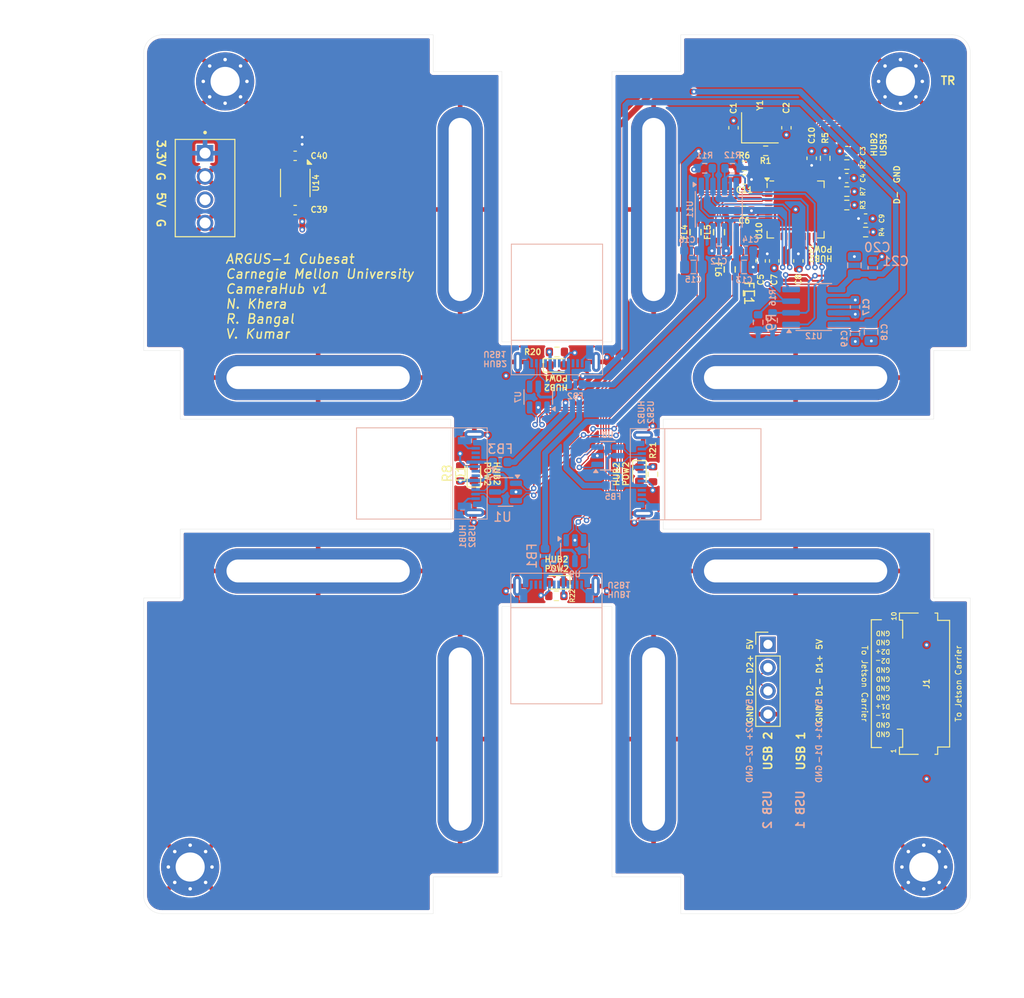
<source format=kicad_pcb>
(kicad_pcb (version 20240108) (generator "pcbnew") (generator_version "8.0")
  (layers (0 "F.Cu" signal) (1 "In1.Cu" signal) (2 "In2.Cu" signal) (31 "B.Cu" signal) (34 "B.Paste" user) (35 "F.Paste" user) (36 "B.SilkS" user "B.Silkscreen") (37 "F.SilkS" user "F.Silkscreen") (38 "B.Mask" user) (39 "F.Mask" user) (44 "Edge.Cuts" user))
  (net 0 "")
  (net 1 "GND")
  (net 2 "Net-(U10-XTALIN{slash}CLKIN)")
  (net 3 "Net-(U10-XTALOUT)")
  (net 4 "/nRST2")
  (net 5 "+3.3V")
  (net 6 "+5V")
  (net 7 "/Hub 2/VBUS2")
  (net 8 "/Hub 2/VBUS1")
  (net 9 "/Hub 2/VBUS3")
  (net 12 "/Hub 2/VBUS4")
  (net 13 "Net-(D1-A)")
  (net 14 "/Hub 2/VBUS_CONN4")
  (net 15 "/Hub 2/HD4_P")
  (net 16 "/Hub 2/HD4_N")
  (net 17 "/Hub 2/FD4_N")
  (net 18 "/Hub 2/FD4_P")
  (net 19 "Net-(D4-A)")
  (net 20 "Net-(D5-A)")
  (net 21 "Net-(D6-A)")
  (net 23 "/Hub 2/VBUS_CONN1")
  (net 24 "/Hub 2/D4_P")
  (net 26 "/Hub 2/VBUS_CONN2")
  (net 27 "/Hub 2/VBUS_CONN3")
  (net 28 "/Hub 2/D4_N")
  (net 29 "/Hub 2/nOCS4")
  (net 30 "/Hub 2/PWR4")
  (net 31 "/Hub 2/FD1_P")
  (net 32 "/Hub 2/FD1_N")
  (net 33 "/Hub 2/HD1_P")
  (net 34 "/Hub 2/HD1_N")
  (net 35 "/Hub 2/HD2_P")
  (net 36 "/Hub 2/HD2_N")
  (net 37 "/Hub 2/FD2_P")
  (net 38 "/Hub 2/FD2_N")
  (net 39 "/Hub 2/FD3_N")
  (net 40 "/Hub 2/HD3_P")
  (net 41 "/Hub 2/FD3_P")
  (net 42 "/Hub 2/HD3_N")
  (net 43 "/Hub 2/D3_N")
  (net 44 "/Hub 2/D3_P")
  (net 45 "Net-(U10-SCL{slash}SMBCLK{slash}CFG_SEL0)")
  (net 46 "Net-(U10-SDA{slash}SMBDATA{slash}NON_REM1)")
  (net 47 "Net-(U10-SUSP_IND{slash}LOCAL_PWR{slash}NON_REM0)")
  (net 48 "Net-(U10-RBIAS)")
  (net 49 "Net-(U10-HS_IND{slash}CFG_SEL1)")
  (net 50 "/Hub 2/nOCS1")
  (net 51 "/Hub 2/nOCS2")
  (net 52 "/Hub 2/nOCS3")
  (net 53 "/Hub 2/D1_N")
  (net 54 "/Hub 2/D1_P")
  (net 55 "/Hub 2/D2_N")
  (net 56 "/Hub 2/D2_P")
  (net 57 "/Hub 2/PWR2")
  (net 58 "/Hub 2/PWR3")
  (net 59 "/Hub 2/PWR1")
  (net 62 "/USB2_N")
  (net 63 "/USB2_P")
  (footprint "Capacitor_SMD:C_0603_1608Metric" (layer "F.Cu") (at 180.516592 64.510682)
    (property "Reference" "C4")
    (property "Value" "4.7uF")
  )
  (footprint "Capacitor_SMD:C_0603_1608Metric" (layer "F.Cu") (at 175.233392 73.553082 -90)
    (property "Reference" "C8")
    (property "Value" "0.1uF")
  )
  (footprint "CameraHub:CHIP_230900_WRE" (layer "F.Cu") (at 164.0152 70.416208 -90)
    (property "Reference" "FL4")
    (property "Value" "744230900")
  )
  (footprint "Resistor_SMD:R_0603_1608Metric" (layer "F.Cu") (at 148.837 110.097396 180)
    (property "Reference" "R22")
    (property "Value" "330R")
  )
  (footprint "LED_SMD:LED_0603_1608Metric" (layer "F.Cu") (at 157.8938 96.832208 -90)
    (property "Reference" "D5" (hide yes))
    (property "Value" "Green")
  )
  (footprint "Capacitor_SMD:C_0603_1608Metric" (layer "F.Cu") (at 169.340592 64.663082 180)
    (property "Reference" "C11")
    (property "Value" "0.1uF")
  )
  (footprint "Resistor_SMD:R_0603_1608Metric" (layer "F.Cu") (at 180.516592 63.037482 180)
    (property "Reference" "R2")
    (property "Value" "100K")
  )
  (footprint "Resistor_SMD:R_0603_1608Metric" (layer "F.Cu") (at 169.340592 63.189882)
    (property "Reference" "R6")
    (property "Value" "12K")
  )
  (footprint "CameraHub:MountingHole_USB" (layer "F.Cu") (at 159.438592 125.732008 90)
    (property "Reference" "H12" (hide yes))
    (property "Value" "MountingHole_Pad" (hide yes))
  )
  (footprint "Capacitor_SMD:C_0603_1608Metric" (layer "F.Cu") (at 171.118592 73.553082 -90)
    (property "Reference" "C5")
    (property "Value" "1uF")
  )
  (footprint "CameraHub:MountingHole_USB" (layer "F.Cu") (at 122.8539 107.385122 180)
    (property "Reference" "H9" (hide yes))
    (property "Value" "MountingHole_Pad" (hide yes))
  )
  (footprint "Capacitor_SMD:C_0603_1608Metric" (layer "F.Cu") (at 168.159992 59.024282 90)
    (property "Reference" "C1")
    (property "Value" "27pF")
  )
  (footprint "CameraHub:MountingHole_USB" (layer "F.Cu") (at 122.8539 86.285342 180)
    (property "Reference" "H5" (hide yes))
    (property "Value" "MountingHole_Pad" (hide yes))
  )
  (footprint "Capacitor_SMD:C_0603_1608Metric" (layer "F.Cu") (at 172.591792 73.553082 -90)
    (property "Reference" "C7")
    (property "Value" "0.1uF")
  )
  (footprint "Capacitor_SMD:C_0603_1608Metric" (layer "F.Cu") (at 173.925792 59.024282 -90)
    (property "Reference" "C2")
    (property "Value" "27pF")
  )
  (footprint "CameraHub:CHIP_230900_WRE" (layer "F.Cu") (at 166.5806 70.416208 -90)
    (property "Reference" "FL5")
    (property "Value" "744230900")
  )
  (footprint "Package_SON:VSON-8-1EP_3x3mm_P0.65mm_EP1.65x2.4mm" (layer "F.Cu") (at 120.3613 65.044808 -90)
    (property "Reference" "U14")
    (property "Value" "TLV76733QWDRBxQ1")
  )
  (footprint "Resistor_SMD:R_0603_1608Metric" (layer "F.Cu") (at 180.516592 65.983882)
    (property "Reference" "R7")
    (property "Value" "36K")
  )
  (footprint "Capacitor_SMD:C_0603_1608Metric" (layer "F.Cu") (at 182.5672 68.930282)
    (property "Reference" "C9")
    (property "Value" "0.1uF")
  )
  (footprint "LED_SMD:LED_0603_1608Metric" (layer "F.Cu") (at 148.896992 84.955008)
    (property "Reference" "D4" (hide yes))
    (property "Value" "Green")
  )
  (footprint "Resistor_SMD:R_0603_1608Metric" (layer "F.Cu") (at 178.154392 62.351682 90)
    (property "Reference" "R5")
    (property "Value" "36K")
  )
  (footprint "CameraHub:CHIP_230900_WRE" (layer "F.Cu") (at 169.8422 77.080608 -90)
    (property "Reference" "FL1")
    (property "Value" "744230900")
  )
  (footprint "CameraHub:TE_282834-4" (layer "F.Cu") (at 110.5222 65.603608 -90)
    (property "Reference" "J10" (hide yes))
    (property "Value" "TE_282834-4")
  )
  (footprint "Package_DFN_QFN:QFN-36-1EP_6x6mm_P0.5mm_EP3.7x3.7mm" (layer "F.Cu") (at 174.92958 67.939708)
    (property "Reference" "U10")
    (property "Value" "USB2514B-I/M2")
  )
  (footprint "CameraHub:MountingHole_USB" (layer "F.Cu") (at 174.928592 86.285342)
    (property "Reference" "H6" (hide yes))
    (property "Value" "MountingHole_Pad" (hide yes))
  )
  (footprint "Capacitor_SMD:C_0603_1608Metric" (layer "F.Cu") (at 176.681192 62.351682 90)
    (property "Reference" "C10")
    (property "Value" "0.1uF")
  )
  (footprint "CameraHub:MountingHole_USB" (layer "F.Cu") (at 138.3446 67.939682 -90)
    (property "Reference" "H11" (hide yes))
    (property "Value" "MountingHole_Pad" (hide yes))
  )
  (footprint "Capacitor_SMD:C_0603_1608Metric" (layer "F.Cu") (at 169.340592 68.079408 180)
    (property "Reference" "C6")
    (property "Value" "0.1uF")
  )
  (footprint "Capacitor_SMD:C_0603_1608Metric" (layer "F.Cu") (at 180.516592 61.564282 180)
    (property "Reference" "C3")
    (property "Value" "0.1uF")
  )
  (footprint "Resistor_SMD:R_0603_1608Metric" (layer "F.Cu") (at 138.369 96.740208 90)
    (property "Reference" "R8")
    (property "Value" "330R")
  )
  (footprint "Resistor_SMD:R_0603_1608Metric" (layer "F.Cu") (at 171.665192 61.538882)
    (property "Reference" "R1")
    (property "Value" "1M")
  )
  (footprint "Capacitor_SMD:C_0603_1608Metric" (layer "F.Cu") (at 120.348 68.003882 180)
    (property "Reference" "C39")
    (property "Value" "1uF")
  )
  (footprint "LED_SMD:LED_0603_1608Metric" (layer "F.Cu") (at 148.837 108.624196 180)
    (property "Reference" "D6" (hide yes))
    (property "Value" "Green")
  )
  (footprint "Resistor_SMD:R_0603_1608Metric" (layer "F.Cu") (at 182.5672 70.403482)
    (property "Reference" "R4")
    (property "Value" "36K")
  )
  (footprint "Connector_PinHeader_2.54mm:PinHeader_1x04_P2.54mm_Vertical" (layer "F.Cu") (at 171.914 115.392688)
    (property "Reference" "J3" (hide yes))
    (property "Value" "Header 01x04 0.1\"")
  )
  (footprint "Capacitor_SMD:C_0603_1608Metric" (layer "F.Cu") (at 120.348 62.085682 180)
    (property "Reference" "C40")
    (property "Value" "22uF")
  )
  (footprint "CameraHub:CHIP_230900_WRE" (layer "F.Cu") (at 167.7439 74.482308 -90)
    (property "Reference" "FL6")
    (property "Value" "744230900")
  )
  (footprint "CameraHub:MountingHole_USB" (layer "F.Cu") (at 159.445992 67.939682 90)
    (property "Reference" "H10" (hide yes))
    (property "Value" "MountingHole_Pad" (hide yes))
  )
  (footprint "CameraHub:MountingHole_USB" (layer "F.Cu") (at 138.3446 125.732008 -90)
    (property "Reference" "H8" (hide yes))
    (property "Value" "MountingHole_Pad" (hide yes))
  )
  (footprint "Resistor_SMD:R_0603_1608Metric" (layer "F.Cu") (at 159.367 96.832208 -90)
    (property "Reference" "R21")
    (property "Value" "330R")
  )
  (footprint "Crystal:Crystal_SMD_3225-4Pin_3.2x2.5mm" (layer "F.Cu") (at 171.037992 59.024282)
    (property "Reference" "Y1")
    (property "Value" "24MHz")
  )
  (footprint "LED_SMD:LED_0603_1608Metric" (layer "F.Cu") (at 139.8422 96.740208 90)
    (property "Reference" "D1")
    (property "Value" "Green")
  )
  (footprint "Resistor_SMD:R_0603_1608Metric" (layer "F.Cu") (at 180.516592 67.457082)
    (property "Reference" "R3")
    (property "Value" "36K")
  )
  (footprint "Connector_FFC-FPC:Molex_200528-0100_1x10-1MP_P1.00mm_Horizontal" (layer "F.Cu") (at 187.426 119.686488 90)
    (property "Reference" "J1")
    (property "Value" "200528-0100")
  )
  (footprint "Resistor_SMD:R_0603_1608Metric" (layer "F.Cu") (at 148.896992 83.481808)
    (property "Reference" "R20")
    (property "Value" "330R")
  )
  (footprint "CameraHub:MountingHole_USB" (layer "F.Cu") (at 174.928592 107.385122 180)
    (property "Reference" "H7" (hide yes))
    (property "Value" "MountingHole_Pad" (hide yes))
  )
  (footprint "Capacitor_SMD:C_0805_2012Metric" (layer "B.Cu") (at 181.3422 74.030608 90)
    (property "Reference" "C20")
    (property "Value" "100uF")
  )
  (footprint "CameraHub:MountingHole2" (layer "B.Cu") (at 188.908592 139.689468 -90)
    (property "Reference" "H3" (hide yes))
    (property "Value" "MountingHole_Pad")
  )
  (footprint "Resistor_SMD:R_0603_1608Metric" (layer "B.Cu") (at 168.048592 63.441208 180)
    (property "Reference" "R12")
    (property "Value" "10K")
  )
  (footprint "Resistor_SMD:R_0603_1608Metric" (layer "B.Cu") (at 172.417392 80.039608 90)
    (property "Reference" "R16")
    (property "Value" "10K")
  )
  (footprint "Package_SO:SOIC-8_3.9x4.9mm_P1.27mm" (layer "B.Cu") (at 176.913192 78.579608)
    (property "Reference" "U12")
    (property "Value" "MIC2026-1xM")
  )
  (footprint "Capacitor_SMD:C_0603_1608Metric" (layer "B.Cu") (at 183.3422 74.305608 90)
    (property "Reference" "C21")
    (property "Value" "0.1uF")
  )
  (footprint "CameraHub:MountingHole2" (layer "B.Cu") (at 112.708592 53.964548 -90)
    (property "Reference" "H1" (hide yes))
    (property "Value" "MountingHole_Pad")
  )
  (footprint "CameraHub:USBC-121SMT-4BS2S" (layer "B.Cu") (at 140.0422 96.745408 90)
    (property "Reference" "J4")
    (property "Value" "USB_C_Receptacle_USB2.0_16P")
  )
  (footprint "Package_TO_SOT_SMD:SOT-23-6" (layer "B.Cu") (at 150.859 105.170088 -90)
    (property "Reference" "U9")
    (property "Value" "USBLC6-2P6")
  )
  (footprint "Capacitor_SMD:C_0805_2012Metric" (layer "B.Cu") (at 169.318592 74.210808)
    (property "Reference" "C13")
    (property "Value" "100uF")
  )
  (footprint "CameraHub:USBC-121SMT-4BS2S" (layer "B.Cu") (at 158.150212 96.827008 -90)
    (property "Reference" "J8" (hide yes))
    (property "Value" "USB_C_Receptacle_USB2.0_16P")
  )
  (footprint "CameraHub:MountingHole2" (layer "B.Cu") (at 108.898592 139.689468 -90)
    (property "Reference" "H2" (hide yes))
    (property "Value" "MountingHole_Pad")
  )
  (footprint "Resistor_SMD:R_0603_1608Metric" (layer "B.Cu") (at 165.013792 63.441208)
    (property "Reference" "R11")
    (property "Value" "10K")
  )
  (footprint "Inductor_SMD:L_0603_1608Metric" (layer "B.Cu") (at 142.717708 95.511008 180)
    (property "Reference" "FB3")
    (property "Value" "600R")
  )
  (footprint "Capacitor_SMD:C_0805_2012Metric" (layer "B.Cu") (at 163.781392 74.210808 180)
    (property "Reference" "C15")
    (property "Value" "100uF")
  )
  (footprint "CameraHub:MountingHole2" (layer "B.Cu") (at 186.368592 53.964548 -90)
    (property "Reference" "H4" (hide yes))
    (property "Value" "MountingHole_Pad")
  )
  (footprint "Package_TO_SOT_SMD:SOT-23-6" (layer "B.Cu") (at 154.439692 94.810208)
    (property "Reference" "U8")
    (property "Value" "USBLC6-2P6")
  )
  (footprint "Inductor_SMD:L_0603_1608Metric" (layer "B.Cu") (at 155.018292 98.061408)
    (property "Reference" "FB5")
    (property "Value" "600R")
  )
  (footprint "Capacitor_SMD:C_0603_1608Metric" (layer "B.Cu") (at 163.565192 72.432808 180)
    (property "Reference" "C16")
    (property "Value" "0.1uF")
  )
  (footprint "Capacitor_SMD:C_0603_1608Metric" (layer "B.Cu") (at 166.549992 72.432808)
    (property "Reference" "C12")
    (property "Value" "0.1uF")
  )
  (footprint "Inductor_SMD:L_0603_1608Metric" (layer "B.Cu") (at 147.6078 105.748688 -90)
    (property "Reference" "FB1")
    (property "Value" "600R")
  )
  (footprint "Resistor_SMD:R_0603_1608Metric" (layer "B.Cu") (at 170.8422 80.255608 90)
    (property "Reference" "R9")
    (property "Value" "10K")
  )
  (footprint "CameraHub:USBC-121SMT-4BS2S" (layer "B.Cu") (at 148.8422 108.880608 180)
    (property "Reference" "J2")
    (property "Value" "USB_C_Receptacle_USB2.0_16P")
  )
  (footprint "Package_TO_SOT_SMD:SOT-23-6" (layer "B.Cu") (at 146.864992 88.403908 90)
    (property "Reference" "U7")
    (property "Value" "USBLC6-2P6")
  )
  (footprint "Capacitor_SMD:C_0805_2012Metric" (layer "B.Cu") (at 183.161592 81.322808 -90)
    (property "Reference" "C18")
    (property "Value" "100uF")
  )
  (footprint "Inductor_SMD:L_0603_1608Metric" (layer "B.Cu") (at 150.903692 87.037808 180)
    (property "Reference" "FB2")
    (property "Value" "600R")
  )
  (footprint "Capacitor_SMD:C_0603_1608Metric" (layer "B.Cu") (at 169.534792 72.432808)
    (property "Reference" "C14")
    (property "Value" "0.1uF")
  )
  (footprint "Package_TO_SOT_SMD:SOT-23-6" (layer "B.Cu") (at 143.296308 98.762208 180)
    (property "Reference" "U1")
    (property "Value" "USBLC6-2P6")
  )
  (footprint "Capacitor_SMD:C_0603_1608Metric" (layer "B.Cu") (at 181.408992 78.579608 90)
    (property "Reference" "C17")
    (property "Value" "0.1uF")
  )
  (footprint "Package_SO:SOIC-8_3.9x4.9mm_P1.27mm" (layer "B.Cu") (at 166.549992 67.924282 -90)
    (property "Reference" "U11")
    (property "Value" "MIC2026-1xM")
  )
  (footprint "Capacitor_SMD:C_0603_1608Metric" (layer "B.Cu") (at 181.408992 81.551408 -90)
    (property "Reference" "C19")
    (property "Value" "0.1uF")
  )
  (footprint "CameraHub:USBC-121SMT-4BS2S" (layer "B.Cu") (at 148.903592 84.721328)
    (property "Reference" "J7" (hide yes))
    (property "Value" "USB_C_Receptacle_USB2.0_16P")
  )
  (gr_line (start 183.1916 126.652508) (end 183.1916 112.707908) (stroke (width 0.127)) (layer "F.SilkS"))
  (gr_line (start 184.2838 126.652508) (end 183.1916 126.652508) (stroke (width 0.127)) (layer "F.SilkS"))
  (gr_line (start 183.1916 112.707908) (end 184.2838 112.707908) (stroke (width 0.127)) (layer "F.SilkS"))
  (gr_line (start 107.818592 90.827008) (end 107.818592 83.327008) (stroke (width 0.0254)) (layer "Edge.Cuts"))
  (gr_line (start 105.818592 48.882008) (end 135.403592 48.882008) (stroke (width 0.0254)) (layer "Edge.Cuts"))
  (gr_line (start 135.403592 140.772008) (end 135.403592 144.772008) (stroke (width 0.0254)) (layer "Edge.Cuts"))
  (gr_line (start 193.988592 83.327008) (end 189.986075 83.327008) (stroke (width 0.0254)) (layer "Edge.Cuts"))
  (gr_line (start 162.403592 144.772008) (end 162.403592 140.769491) (stroke (width 0.0254)) (layer "Edge.Cuts"))
  (gr_line (start 191.988592 144.772008) (end 162.403592 144.772008) (stroke (width 0.0254)) (layer "Edge.Cuts"))
  (gr_line (start 103.818592 142.772008) (end 103.818592 110.327008) (stroke (width 0.0254)) (layer "Edge.Cuts"))
  (gr_arc (start 103.818592 50.882008) (mid 104.404378 49.467794) (end 105.818592 48.882008) (stroke (width 0.0254)) (layer "Edge.Cuts"))
  (gr_line (start 107.82111 110.327008) (end 107.818592 102.827008) (stroke (width 0.0254)) (layer "Edge.Cuts"))
  (gr_line (start 160.488592 90.827008) (end 160.488592 102.827008) (stroke (width 0.0254)) (layer "Edge.Cuts"))
  (gr_line (start 135.403592 52.884526) (end 142.903592 52.882008) (stroke (width 0.0254)) (layer "Edge.Cuts"))
  (gr_line (start 103.818592 110.327008) (end 107.82111 110.327008) (stroke (width 0.0254)) (layer "Edge.Cuts"))
  (gr_line (start 160.488592 102.827008) (end 189.988592 102.827008) (stroke (width 0.0254)) (layer "Edge.Cuts"))
  (gr_line (start 107.818592 83.327008) (end 103.818592 83.327008) (stroke (width 0.0254)) (layer "Edge.Cuts"))
  (gr_line (start 107.818592 102.827008) (end 137.3172 102.827008) (stroke (width 0.0254)) (layer "Edge.Cuts"))
  (gr_line (start 154.903592 111.272008) (end 142.903592 111.272008) (stroke (width 0.0254)) (layer "Edge.Cuts"))
  (gr_line (start 137.3172 90.827008) (end 107.818592 90.827008) (stroke (width 0.0254)) (layer "Edge.Cuts"))
  (gr_line (start 142.903592 140.772008) (end 135.403592 140.772008) (stroke (width 0.0254)) (layer "Edge.Cuts"))
  (gr_line (start 162.403592 48.882008) (end 191.988592 48.882008) (stroke (width 0.0254)) (layer "Edge.Cuts"))
  (gr_line (start 142.903592 52.882008) (end 142.903592 82.382008) (stroke (width 0.0254)) (layer "Edge.Cuts"))
  (gr_line (start 189.988592 90.827008) (end 189.986075 83.327008) (stroke (width 0.0254)) (layer "Edge.Cuts"))
  (gr_line (start 189.988592 102.827008) (end 189.988592 110.327008) (stroke (width 0.0254)) (layer "Edge.Cuts"))
  (gr_line (start 154.903592 82.382008) (end 154.903592 52.882008) (stroke (width 0.0254)) (layer "Edge.Cuts"))
  (gr_line (start 135.403592 48.882008) (end 135.403592 52.884526) (stroke (width 0.0254)) (layer "Edge.Cuts"))
  (gr_line (start 189.988592 110.327008) (end 193.988592 110.327008) (stroke (width 0.0254)) (layer "Edge.Cuts"))
  (gr_line (start 193.988592 50.882008) (end 193.988592 83.327008) (stroke (width 0.0254)) (layer "Edge.Cuts"))
  (gr_line (start 137.3172 102.827008) (end 137.3172 90.827008) (stroke (width 0.0254)) (layer "Edge.Cuts"))
  (gr_arc (start 191.988592 48.882008) (mid 193.402806 49.467794) (end 193.988592 50.882008) (stroke (width 0.0254)) (layer "Edge.Cuts"))
  (gr_line (start 135.403592 144.772008) (end 105.818592 144.772008) (stroke (width 0.0254)) (layer "Edge.Cuts"))
  (gr_line (start 193.988592 110.327008) (end 193.988592 142.772008) (stroke (width 0.0254)) (layer "Edge.Cuts"))
  (gr_line (start 103.818592 83.327008) (end 103.818592 50.882008) (stroke (width 0.0254)) (layer "Edge.Cuts"))
  (gr_line (start 142.903592 82.382008) (end 154.903592 82.382008) (stroke (width 0.0254)) (layer "Edge.Cuts"))
  (gr_line (start 154.903592 52.882008) (end 162.403592 52.882008) (stroke (width 0.0254)) (layer "Edge.Cuts"))
  (gr_line (start 142.903592 111.272008) (end 142.903592 140.772008) (stroke (width 0.0254)) (layer "Edge.Cuts"))
  (gr_arc (start 105.818592 144.772008) (mid 104.404378 144.186222) (end 103.818592 142.772008) (stroke (width 0.0254)) (layer "Edge.Cuts"))
  (gr_arc (start 193.988592 142.772008) (mid 193.402806 144.186222) (end 191.988592 144.772008) (stroke (width 0.0254)) (layer "Edge.Cuts"))
  (gr_line (start 189.988592 90.827008) (end 160.488592 90.827008) (stroke (width 0.0254)) (layer "Edge.Cuts"))
  (gr_line (start 162.403592 52.882008) (end 162.403592 48.882008) (stroke (width 0.0254)) (layer "Edge.Cuts"))
  (gr_line (start 162.403592 140.769491) (end 154.903592 140.772008) (stroke (width 0.0254)) (layer "Edge.Cuts"))
  (gr_line (start 154.903592 140.772008) (end 154.903592 111.272008) (stroke (width 0.0254)) (layer "Edge.Cuts"))
  (gr_text "GND" (at 169.902792 129.532008 90) (layer "B.SilkS") (effects (font (size 0.635 0.635) (thickness 0.127) (bold yes)) (justify mirror)))
  (gr_text "HUB1\nUSB2" (at 139.143392 102.252408 90) (layer "B.SilkS") (effects (font (size 0.635 0.635) (thickness 0.127)) (justify left mirror)))
  (gr_text "D2-" (at 169.902792 127.373008 90) (layer "B.SilkS") (effects (font (size 0.635 0.635) (thickness 0.127) (bold yes)) (justify mirror)))
  (gr_text "USB 2" (at 171.858592 135.653408 90) (layer "B.SilkS") (effects (font (size 0.889 0.889) (thickness 0.1778) (bold yes)) (justify right mirror)))
  (gr_text "5V" (at 177.471992 121.912008 90) (layer "B.SilkS") (effects (font (size 0.635 0.635) (thickness 0.127) (bold yes)) (justify mirror)))
  (gr_text "HUB2\nUSB2" (at 158.625192 88.714208 90) (layer "B.SilkS") (effects (font (size 0.635 0.635) (thickness 0.127)) (justify left mirror)))
  (gr_text "USB 1" (at 175.439992 135.653408 90) (layer "B.SilkS") (effects (font (size 0.889 0.889) (thickness 0.1778) (bold yes)) (justify right mirror)))
  (gr_text "GND" (at 177.471992 129.532008 90) (layer "B.SilkS") (effects (font (size 0.635 0.635) (thickness 0.127) (bold yes)) (justify mirror)))
  (gr_text "D1+" (at 177.471992 124.833008 90) (layer "B.SilkS") (effects (font (size 0.635 0.635) (thickness 0.127) (bold yes)) (justify mirror)))
  (gr_text "HUB2\nUSB1" (at 140.794392 84.243808 180) (layer "B.SilkS") (effects (font (size 0.635 0.635) (thickness 0.127)) (justify left mirror)))
  (gr_text "5V" (at 169.902792 121.912008 90) (layer "B.SilkS") (effects (font (size 0.635 0.635) (thickness 0.127) (bold yes)) (justify mirror)))
  (gr_text "D1-" (at 177.471992 127.347608 90) (layer "B.SilkS") (effects (font (size 0.635 0.635) (thickness 0.127) (bold yes)) (justify mirror)))
  (gr_text "D2+" (at 169.902792 124.833008 90) (layer "B.SilkS") (effects (font (size 0.635 0.635) (thickness 0.127) (bold yes)) (justify mirror)))
  (gr_text "HUB1\nUSB1" (at 154.332592 109.415208 180) (layer "B.SilkS") (effects (font (size 0.635 0.635) (thickness 0.127)) (justify left mirror)))
  (gr_text "10" (at 185.9602 112.873008 90) (layer "F.SilkS") (effects (font (size 0.508 0.508) (thickness 0.1016) (bold yes)) (justify left bottom)))
  (gr_text "G" (at 105.6708 64.333608 -90) (layer "F.SilkS") (effects (font (size 0.889 0.889) (thickness 0.1778) (bold yes))))
  (gr_text "5V" (at 105.7216 66.873608 -90) (layer "F.SilkS") (effects (font (size 0.889 0.889) (thickness 0.1778) (bold yes))))
  (gr_text "1" (at 185.9094 127.325608 90) (layer "F.SilkS") (effects (font (size 0.508 0.508) (thickness 0.1016) (bold yes)) (justify left bottom)))
  (gr_text "GND" (at 185.305008 124.166008 180) (layer "F.SilkS") (effects (font (size 0.508 0.508) (thickness 0.1016) (bold yes)) (justify left)))
  (gr_text "GND" (at 185.980992 64.101608 90) (layer "F.SilkS") (effects (font (size 0.635 0.635) (thickness 0.127) (bold yes))))
  (gr_text "D-" (at 185.980992 66.641608 90) (layer "F.SilkS") (effects (font (size 0.635 0.635) (thickness 0.127) (bold yes))))
  (gr_text "GND" (at 177.5274 123.007608 90) (layer "F.SilkS") (effects (font (size 0.635 0.635) (thickness 0.127) (bold yes))))
  (gr_text "HUB2\nUSB3" (at 183.999792 62.222008 90) (layer "F.SilkS") (effects (font (size 0.635 0.635) (thickness 0.127)) (justify left)))
  (gr_text "GND" (at 185.305008 121.168808 180) (layer "F.SilkS") (effects (font (size 0.508 0.508) (thickness 0.1016) (bold yes)) (justify left)))
  (gr_text "D1-" (at 185.305008 123.175408 180) (layer "F.SilkS") (effects (font (size 0.508 0.508) (thickness 0.1016) (bold yes)) (justify left)))
  (gr_text "3.3V" (at 105.7216 61.793608 -90) (layer "F.SilkS") (effects (font (size 0.889 0.889) (thickness 0.1778) (bold yes))))
  (gr_text "D1+" (at 177.5274 117.546608 90) (layer "F.SilkS") (effects (font (size 0.635 0.635) (thickness 0.127) (bold yes))))
  (gr_text "GND" (at 185.305008 115.174408 180) (layer "F.SilkS") (effects (font (size 0.508 0.508) (thickness 0.1016) (bold yes)) (justify left)))
  (gr_text "G" (at 105.6962 69.413608 -90) (layer "F.SilkS") (effects (font (size 0.889 0.889) (thickness 0.1778) (bold yes))))
  (gr_text "HUB2\nPOW3" (at 179.021392 72.763008 180) (layer "F.SilkS") (effects (font (size 0.635 0.635) (thickness 0.127)) (justify left)))
  (gr_text "TR" (at 190.6592 54.402208 0) (layer "F.SilkS") (effects (font (size 0.889 0.889) (thickness 0.1778) (bold yes)) (justify left bottom)))
  (gr_text "USB 1" (at 175.4954 124.811008 90) (layer "F.SilkS") (effects (font (size 0.889 0.889) (thickness 0.1778) (bold yes)) (justify right)))
  (gr_text "D2-" (at 185.305008 117.181008 180) (layer "F.SilkS") (effects (font (size 0.508 0.508) (thickness 0.1016) (bold yes)) (justify left)))
  (gr_text "GND" (at 185.305008 118.171608 180) (layer "F.SilkS") (effects (font (size 0.508 0.508) (thickness 0.1016) (bold yes)) (justify left)))
  (gr_text "D2+" (at 169.9582 117.546608 90) (layer "F.SilkS") (effects (font (size 0.635 0.635) (thickness 0.127) (bold yes))))
  (gr_text "D2-" (at 169.9582 120.061208 90) (layer "F.SilkS") (effects (font (size 0.635 0.635) (thickness 0.127) (bold yes))))
  (gr_text "HUB2\nPOW2" (at 147.4808 106.637788 0) (layer "F.SilkS") (effects (font (size 0.635 0.635) (thickness 0.127)) (justify left)))
  (gr_text "5V" (at 169.9582 115.387608 90) (layer "F.SilkS") (effects (font (size 0.635 0.635) (thickness 0.127) (bold yes))))
  (gr_text "To Jetson Carrier" (at 192.6912 119.680208 90) (layer "F.SilkS") (effects (font (size 0.635 0.635) (thickness 0.1016))))
  (gr_text "GND" (at 169.9582 123.007608 90) (layer "F.SilkS") (effects (font (size 0.635 0.635) (thickness 0.127) (bold yes))))
  (gr_text "D1+" (at 185.305008 122.184808 180) (layer "F.SilkS") (effects (font (size 0.508 0.508) (thickness 0.1016) (bold yes)) (justify left)))
  (gr_text "To Jetson Carrier" (at 182.455 119.680208 -90) (layer "F.SilkS") (effects (font (size 0.635 0.635) (thickness 0.1016))))
  (gr_text "GND" (at 185.305008 114.183808 180) (layer "F.SilkS") (effects (font (size 0.508 0.508) (thickness 0.1016) (bold yes)) (justify left)))
  (gr_text "GND" (at 185.305008 125.182008 180) (layer "F.SilkS") (effects (font (size 0.508 0.508) (thickness 0.1016) (bold yes)) (justify left)))
  (gr_text "GND" (at 185.305008 120.178208 180) (layer "F.SilkS") (effects (font (size 0.508 0.508) (thickness 0.1016) (bold yes)) (justify left)))
  (gr_text "D1-" (at 177.5274 120.061208 90) (layer "F.SilkS") (effects (font (size 0.635 0.635) (thickness 0.127) (bold yes))))
  (gr_text "USB 2" (at 171.914 124.811008 90) (layer "F.SilkS") (effects (font (size 0.889 0.889) (thickness 0.1778) (bold yes)) (justify right)))
  (gr_text "ARGUS-1 Cubesat\nCarnegie Mellon University\nCameraHub v1\nN. Khera\nR. Bangal\nV. Kumar" (at 112.6812 82.113608 0) (layer "F.SilkS") (effects (font (size 1.016 1.016) (thickness 0.1524) (italic yes)) (justify left bottom)))
  (gr_text "D2+" (at 185.305008 116.190408 180) (layer "F.SilkS") (effects (font (size 0.508 0.508) (thickness 0.1016) (bold yes)) (justify left)))
  (gr_text "5V" (at 177.5274 115.387608 90) (layer "F.SilkS") (effects (font (size 0.635 0.635) (thickness 0.127) (bold yes))))
  (gr_text "HUB2\nPOW2" (at 155.907392 98.188408 90) (layer "F.SilkS") (effects (font (size 0.635 0.635) (thickness 0.127)) (justify left)))
  (gr_text "GND" (at 185.305008 119.162208 180) (layer "F.SilkS") (effects (font (size 0.508 0.508) (thickness 0.1016) (bold yes)) (justify left)))
  (gr_text "HUB2\nPOW1" (at 150.166992 86.834608 180) (layer "F.SilkS") (effects (font (size 0.635 0.635) (thickness 0.127)) (justify left)))
  (gr_text "HUB2\nPOW2" (at 141.828608 95.384008 -90) (layer "F.SilkS") (effects (font (size 0.635 0.635) (thickness 0.127)) (justify left)))
  (segment (start 158.300212 101.122596) (end 157.3422 102.080608) (width 0.2032) (layer "F.Cu") (net 1))
  (segment (start 141.232 92.470408) (end 141.3422 92.580608) (width 0.2032) (layer "F.Cu") (net 1))
  (segment (start 153.7922 109.030608) (end 154.3422 109.580608) (width 0.2032) (layer "F.Cu") (net 1))
  (segment (start 153.178592 84.571328) (end 153.85148 84.571328) (width 0.2032) (layer "F.Cu") (net 1))
  (segment (start 153.85148 84.571328) (end 154.3422 84.080608) (width 0.2032) (layer "F.Cu") (net 1))
  (segment (start 175.233392 74.328082) (end 175.233392 74.413) (width 0.2032) (layer "F.Cu") (net 1))
  (segment (start 144.5672 109.030608) (end 143.8922 109.030608) (width 0.2032) (layer "F.Cu") (net 1))
  (segment (start 157.9313 96.007208) (end 157.8938 96.044708) (width 0.3048) (layer "F.Cu") (net 1))
  (segment (start 158.300212 101.102008) (end 158.300212 101.122596) (width 0.2032) (layer "F.Cu") (net 1))
  (segment (start 158.3708 92.552008) (end 159.3422 91.580608) (width 0.2032) (layer "F.Cu") (net 1))
  (segment (start 175.233392 74.413) (end 175.3422 74.521808) (width 0.2032) (layer "F.Cu") (net 1))
  (segment (start 158.300212 92.552008) (end 158.3708 92.552008) (width 0.2032) (layer "F.Cu") (net 1))
  (segment (start 153.1172 109.030608) (end 153.7922 109.030608) (width 0.2032) (layer "F.Cu") (net 1))
  (segment (start 139.435788 101.020408) (end 139.435788 101.674196) (width 0.2032) (layer "F.Cu") (net 1))
  (segment (start 139.435788 101.674196) (end 139.8422 102.080608) (width 0.2032) (layer "F.Cu") (net 1))
  (segment (start 139.435788 92.470408) (end 141.232 92.470408) (width 0.2032) (layer "F.Cu") (net 1))
  (segment (start 143.8922 109.030608) (end 143.3422 109.580608) (width 0.2032) (layer "F.Cu") (net 1))
  (via (at 167.3556 72.448208) (size 0.6096) (drill 0.3048) (layers "F.Cu" "B.Cu") (net 1))
  (via (at 181.4396 77.820008) (size 0.6096) (drill 0.3048) (layers "F.Cu" "B.Cu") (net 1))
  (via (at 183.3922 70.403482) (size 0.6096) (drill 0.3048) (layers "F.Cu" "B.Cu") (net 1))
  (via (at 172.591792 74.328082) (size 0.6096) (drill 0.3048) (layers "F.Cu" "B.Cu") (net 1))
  (via (at 143.3422 86.080608) (size 0.6096) (drill 0.3048) (layers "F.Cu" "B.Cu") (net 1))
  (via (at 179.741592 61.564282) (size 0.6096) (drill 0.3048) (layers "F.Cu" "B.Cu") (net 1))
  (via (at 178.154392 61.526682) (size 0.6096) (drill 0.3048) (layers "F.Cu" "B.Cu") (net 1))
  (via (at 168.159992 58.249282) (size 0.6096) (drill 0.3048) (layers "F.Cu" "B.Cu") (net 1))
  (via (at 157.3422 102.080608) (size 0.6096) (drill 0.3048) (layers "F.Cu" "B.Cu") (net 1))
  (via (at 164.3422 61.580608) (size 0.6096) (drill 0.3048) (layers "F.Cu" "B.Cu") (net 1))
  (via (at 143.3422 109.580608) (size 0.6096) (drill 0.3048) (layers "F.Cu" "B.Cu") (net 1))
  (via (at 146.864992 89.541408) (size 0.6096) (drill 0.3048) (layers "F.Cu" "B.Cu") (net 1))
  (via (at 174.92958 67.939708) (size 0.6096) (drill 0.3048) (layers "F.Cu" "B.Cu") (net 1))
  (via (at 181.341592 67.457082) (size 0.6096) (drill 0.3048) (layers "F.Cu" "B.Cu") (net 1))
  (via (at 159.3422 91.580608) (size 0.6096) (drill 0.3048) (layers "F.Cu" "B.Cu") (net 1))
  (via (at 189.216 115.454808) (size 0.6096) (drill 0.3048) (layers "F.Cu" "B.Cu") (net 1))
  (via (at 150.8422 83.580608) (size 0.6096) (drill 0.3048) (layers "F.Cu" "B.Cu") (net 1))
  (via (at 153.302192 94.810208) (size 0.6096) (drill 0.3048) (layers "F.Cu" "B.Cu") (net 1))
  (via (at 154.3422 84.080608) (size 0.6096) (drill 0.3048) (layers "F.Cu" "B.Cu") (net 1))
  (via (at 141.3422 92.580608) (size 0.6096) (drill 0.3048) (layers "F.Cu" "B.Cu") (net 1))
  (via (at 150.859 104.032588) (size 0.6096) (drill 0.3048) (layers "F.Cu" "B.Cu") (net 1))
  (via (at 183.1922 82.288208) (size 0.6096) (drill 0.3048) (layers "F.Cu" "B.Cu") (net 1))
  (via (at 181.4396 82.341808) (size 0.6096) (drill 0.3048) (layers "F.Cu" "B.Cu") (net 1))
  (via (at 175.3422 74.521808) (size 0.6096) (drill 0.3048) (layers "F.Cu" "B.Cu") (net 1))
  (via (at 138.3422 94.580608) (size 0.6096) (drill 0.3048) (layers "F.Cu" "B.Cu") (net 1))
  (via (at 181.291592 64.510682) (size 0.6096) (drill 0.3048) (layers "F.Cu" "B.Cu") (net 1))
  (via (at 181.3422 73.080608) (size 0.6096) (drill 0.3048) (layers "F.Cu" "B.Cu") (net 1))
  (via (at 154.3422 109.580608) (size 0.6096) (drill 0.3048) (layers "F.Cu" "B.Cu") (net 1))
  (via (at 170.2992 74.226208) (size 0.6096) (drill 0.3048) (layers "F.Cu" "B.Cu") (net 1))
  (via (at 173.925792 59.799282) (size 0.6096) (drill 0.3048) (layers "F.Cu" "B.Cu") (net 1))
  (via (at 184.3422 73.080608) (size 0.6096) (drill 0.3048) (layers "F.Cu" "B.Cu") (net 1))
  (via (at 144.433808 98.762208) (size 0.6096) (drill 0.3048) (layers "F.Cu" "B.Cu") (net 1))
  (via (at 181.341592 65.983882) (size 0.6096) (drill 0.3048) (layers "F.Cu" "B.Cu") (net 1))
  (via (at 183.3422 68.930282) (size 0.6096) (drill 0.3048) (layers "F.Cu" "B.Cu") (net 1))
  (via (at 159.3422 98.580608) (size 0.6096) (drill 0.3048) (layers "F.Cu" "B.Cu") (net 1))
  (via (at 189.216 130.054808) (size 0.6096) (drill 0.3048) (layers "F.Cu" "B.Cu") (net 1))
  (via (at 176.681192 61.576682) (size 0.6096) (drill 0.3048) (layers "F.Cu" "B.Cu") (net 1))
  (via (at 139.8422 102.080608) (size 0.6096) (drill 0.3048) (layers "F.Cu" "B.Cu") (net 1))
  (via (at 147.1548 110.046507) (size 0.6096) (drill 0.3048) (layers "F.Cu" "B.Cu") (net 1))
  (segment (start 162.790192 72.432808) (end 162.790192 63.132616) (width 0.635) (layer "B.Cu") (net 1))
  (segment (start 151.5922 108.880608) (end 151.5922 109.255608) (width 0.2032) (layer "B.Cu") (net 1))
  (segment (start 183.3422 73.530608) (end 183.8922 73.530608) (width 0.2032) (layer "B.Cu") (net 1))
  (segment (start 158.525212 94.077008) (end 159.350212 93.252008) (width 0.2032) (layer "B.Cu") (net 1))
  (segment (start 146.0922 108.880608) (end 146.0922 109.255608) (width 0.2032) (layer "B.Cu") (net 1))
  (segment (start 139.585788 95.995408) (end 138.932588 95.995408) (width 0.2032) (layer "B.Cu") (net 1))
  (segment (start 162.790192 63.132616) (end 164.3422 61.580608) (width 0.635) (layer "B.Cu") (net 1))
  (segment (start 181.268992 77.944608) (end 179.388192 77.944608) (width 0.6096) (layer "B.Cu") (net 1))
  (segment (start 149.653592 84.721328) (end 149.653592 84.234751) (width 0.2032) (layer "B.Cu") (net 1))
  (segment (start 148.0922 109.488608) (end 147.534301 110.046507) (width 0.2032) (layer "B.Cu") (net 1))
  (segment (start 181.408992 77.804608) (end 181.268992 77.944608) (width 0.6096) (layer "B.Cu") (net 1))
  (segment (start 158.150212 99.577008) (end 158.525212 99.577008) (width 0.2032) (layer "B.Cu") (net 1))
  (segment (start 146.153592 84.721328) (end 146.153592 84.346328) (width 0.2032) (layer "B.Cu") (net 1))
  (segment (start 139.210788 99.495408) (end 138.385788 100.320408) (width 0.2032) (layer "B.Cu") (net 1))
  (segment (start 138.932588 95.995408) (end 138.3422 95.40502) (width 0.2032) (layer "B.Cu") (net 1))
  (segment (start 138.3422 95.40502) (end 138.3422 94.580608) (width 0.2032) (layer "B.Cu") (net 1))
  (segment (start 170.309792 74.169608) (end 170.268592 74.210808) (width 0.762) (layer "B.Cu") (net 1))
  (segment (start 150.307735 83.580608) (end 150.8422 83.580608) (width 0.2032) (layer "B.Cu") (net 1))
  (segment (start 151.653592 84.721328) (end 151.653592 84.346328) (width 0.2032) (layer "B.Cu") (net 1))
  (segment (start 162.831392 74.210808) (end 162.831392 74.091416) (width 0.635) (layer "B.Cu") (net 1))
  (segment (start 159.3422 98.115796) (end 159.3422 98.580608) (width 0.2032) (layer "B.Cu") (net 1))
  (segment (start 162.8422 74.080608) (end 162.790192 74.0286) (width 0.635) (layer "B.Cu") (net 1))
  (segment (start 158.150212 97.577008) (end 158.803412 97.577008) (width 0.2032) (layer "B.Cu") (net 1))
  (segment (start 146.0922 109.255608) (end 145.2672 110.080608) (width 0.2032) (layer "B.Cu") (net 1))
  (segment (start 170.309792 72.432808) (end 170.309792 74.169608) (width 0.762) (layer "B.Cu") (net 1))
  (segment (start 139.585788 99.495408) (end 139.210788 99.495408) (width 0.2032) (layer "B.Cu") (net 1))
  (segment (start 149.653592 84.234751) (end 150.307735 83.580608) (width 0.2032) (layer "B.Cu") (net 1))
  (segment (start 162.831392 74.091416) (end 162.8422 74.080608) (width 0.635) (layer "B.Cu") (net 1))
  (segment (start 181.408992 77.804608) (end 181.408992 77.804608) (width 0.6096) (layer "B.Cu") (net 1))
  (segment (start 151.5922 109.255608) (end 152.4172 110.080608) (width 0.2032) (layer "B.Cu") (net 1))
  (segment (start 167.324992 72.432808) (end 167.184992 72.292808) (width 0.6096) (layer "B.Cu") (net 1))
  (segment (start 167.324992 72.432808) (end 167.324992 72.432808) (width 0.6096) (layer "B.Cu") (net 1))
  (segment (start 162.790192 74.0286) (end 162.790192 72.432808) (width 0.635) (layer "B.Cu") (net 1))
  (segment (start 146.153592 84.346328) (end 145.328592 83.521328) (width 0.2032) (layer "B.Cu") (net 1))
  (segment (start 151.653592 84.346328) (end 152.478592 83.521328) (width 0.2032) (layer "B.Cu") (net 1))
  (segment (start 148.0922 108.880608) (end 148.0922 109.488608) (width 0.2032) (layer "B.Cu") (net 1))
  (segment (start 147.534301 110.046507) (end 147.1548 110.046507) (width 0.2032) (layer "B.Cu") (net 1))
  (segment (start 158.150212 94.077008) (end 158.525212 94.077008) (width 0.2032) (layer "B.Cu") (net 1))
  (segment (start 167.184992 72.292808) (end 167.184992 70.399282) (width 0.6096) (layer "B.Cu") (net 1))
  (segment (start 139.585788 93.995408) (end 139.210788 93.995408) (width 0.2032) (layer "B.Cu") (net 1))
  (segment (start 158.525212 99.577008) (end 159.350212 100.402008) (width 0.2032) (layer "B.Cu") (net 1))
  (segment (start 183.8922 73.530608) (end 184.3422 73.080608) (width 0.2032) (layer "B.Cu") (net 1))
  (segment (start 139.210788 93.995408) (end 138.385788 93.170408) (width 0.2032) (layer "B.Cu") (net 1))
  (segment (start 158.803412 97.577008) (end 159.3422 98.115796) (width 0.2032) (layer "B.Cu") (net 1))
  (segment (start 171.678392 62.377082) (end 170.840192 61.538882) (width 0.2032) (layer "F.Cu") (net 2))
  (segment (start 168.234992 59.874282) (end 168.159992 59.799282) (width 0.2032) (layer "F.Cu") (net 2))
  (segment (start 170.840192 61.538882) (end 169.937992 60.636682) (width 0.2032) (layer "F.Cu") (net 2))
  (segment (start 173.048992 62.377082) (end 171.678392 62.377082) (width 0.2032) (layer "F.Cu") (net 2))
  (segment (start 174.42958 65.002208) (end 174.42958 63.75767) (width 0.2032) (layer "F.Cu") (net 2))
  (segment (start 169.937992 60.636682) (end 169.937992 59.874282) (width 0.2032) (layer "F.Cu") (net 2))
  (segment (start 174.42958 63.75767) (end 173.048992 62.377082) (width 0.2032) (layer "F.Cu") (net 2))
  (segment (start 169.937992 59.874282) (end 168.234992 59.874282) (width 0.2032) (layer "F.Cu") (net 2))
  (segment (start 174.92958 63.57187) (end 172.896592 61.538882) (width 0.2032) (layer "F.Cu") (net 3))
  (segment (start 174.9372 65.014908) (end 174.92958 65.007288) (width 0.2032) (layer "F.Cu") (net 3))
  (segment (start 171.042392 59.269882) (end 172.137992 58.174282) (width 0.2032) (layer "F.Cu") (net 3))
  (segment (start 172.490192 61.538882) (end 172.058392 61.538882) (width 0.2032) (layer "F.Cu") (net 3))
  (segment (start 171.042392 60.522882) (end 171.042392 59.269882) (width 0.2032) (layer "F.Cu") (net 3))
  (segment (start 172.137992 58.174282) (end 173.850792 58.174282) (width 0.2032) (layer "F.Cu") (net 3))
  (segment (start 172.058392 61.538882) (end 171.042392 60.522882) (width 0.2032) (layer "F.Cu") (net 3))
  (segment (start 172.896592 61.538882) (end 172.490192 61.538882) (width 0.2032) (layer "F.Cu") (net 3))
  (segment (start 173.850792 58.174282) (end 173.925792 58.249282) (width 0.2032) (layer "F.Cu") (net 3))
  (segment (start 174.92958 65.007288) (end 174.92958 63.57187) (width 0.2032) (layer "F.Cu") (net 3))
  (segment (start 179.037592 65.430882) (end 179.228792 65.239682) (width 0.2032) (layer "F.Cu") (net 4))
  (segment (start 177.8874 66.439708) (end 178.612966 66.439708) (width 0.2032) (layer "F.Cu") (net 4))
  (segment (start 181.341592 61.614282) (end 181.291592 61.564282) (width 0.2032) (layer "F.Cu") (net 4))
  (segment (start 178.612966 66.439708) (end 179.037592 66.015082) (width 0.2032) (layer "F.Cu") (net 4))
  (segment (start 181.341592 63.037482) (end 181.341592 61.614282) (width 0.2032) (layer "F.Cu") (net 4))
  (segment (start 179.228792 65.239682) (end 180.193992 65.239682) (width 0.2032) (layer "F.Cu") (net 4))
  (segment (start 180.516592 64.917082) (end 180.516592 63.862482) (width 0.2032) (layer "F.Cu") (net 4))
  (segment (start 180.193992 65.239682) (end 180.516592 64.917082) (width 0.2032) (layer "F.Cu") (net 4))
  (segment (start 179.037592 66.015082) (end 179.037592 65.430882) (width 0.2032) (layer "F.Cu") (net 4))
  (segment (start 180.516592 63.862482) (end 181.341592 63.037482) (width 0.2032) (layer "F.Cu") (net 4))
  (segment (start 178.681992 64.922882) (end 179.094192 64.510682) (width 0.2032) (layer "F.Cu") (net 5))
  (segment (start 179.094192 64.510682) (end 179.741592 64.510682) (width 0.2032) (layer "F.Cu") (net 5))
  (segment (start 172.92958 70.464709) (end 172.92958 70.877208) (width 0.254) (layer "F.Cu") (net 5))
  (segment (start 171.99208 67.939708) (end 172.404579 67.939708) (width 0.254) (layer "F.Cu") (net 5))
  (segment (start 177.86708 65.939708) (end 178.528766 65.939708) (width 0.2032) (layer "F.Cu") (net 5))
  (segment (start 172.92958 72.440294) (end 172.591792 72.778082) (width 0.254) (layer "F.Cu") (net 5))
  (segment (start 175.030732 70.080608) (end 173.313681 70.080608) (width 0.254) (layer "F.Cu") (net 5))
  (segment (start 175.42958 72.581894) (end 175.42958 70.877208) (width 0.254) (layer "F.Cu") (net 5))
  (segment (start 172.404579 67.939708) (end 172.68398 68.219109) (width 0.254) (layer "F.Cu") (net 5))
  (segment (start 178.751018 67.939708) (end 179.741592 68.930282) (width 0.254) (layer "F.Cu") (net 5))
  (segment (start 175.42958 70.479456) (end 175.030732 70.080608) (width 0.254) (layer "F.Cu") (net 5))
  (segment (start 178.528766 65.939708) (end 178.681992 65.786482) (width 0.2032) (layer "F.Cu") (net 5))
  (segment (start 172.591792 72.778082) (end 171.8384 72.778082) (width 0.381) (layer "F.Cu") (net 5))
  (segment (start 170.115592 68.079408) (end 170.280666 68.079408) (width 0.254) (layer "F.Cu") (net 5))
  (segment (start 170.420366 67.939708) (end 171.99208 67.939708) (width 0.254) (layer "F.Cu") (net 5))
  (segment (start 175.233392 72.778082) (end 175.42958 72.581894) (width 0.254) (layer "F.Cu") (net 5))
  (segment (start 170.280666 68.079408) (end 170.420366 67.939708) (width 0.254) (layer "F.Cu") (net 5))
  (segment (start 121.1117 62.125182) (end 121.1117 61.441282) (width 0.635) (layer "F.Cu") (net 5))
  (segment (start 170.115592 64.663082) (end 170.454718 65.002208) (width 0.254) (layer "F.Cu") (net 5))
  (segment (start 172.92958 70.877208) (end 172.92958 72.440294) (width 0.254) (layer "F.Cu") (net 5))
  (segment (start 121.0722 62.136482) (end 121.123 62.136482) (width 0.3556) (layer "F.Cu") (net 5))
  (segment (start 176.681192 63.126682) (end 176.42958 63.378294) (width 0.254) (layer "F.Cu") (net 5))
  (segment (start 121.1117 61.441282) (end 121.1117 60.831682) (width 0.635) (layer "F.Cu") (net 5))
  (segment (start 170.454718 65.002208) (end 172.92958 65.002208) (width 0.254) (layer "F.Cu") (net 5))
  (segment (start 173.313681 70.080608) (end 172.92958 70.464709) (width 0.254) (layer "F.Cu") (net 5))
  (segment (start 121.1117 61.441282) (end 121.1117 60.044282) (width 0.635) (layer "F.Cu") (net 5))
  (segment (start 176.42958 63.378294) (end 176.42958 65.002208) (width 0.254) (layer "F.Cu") (net 5))
  (segment (start 172.591792 72.778082) (end 171.118592 72.778082) (width 0.381) (layer "F.Cu") (net 5))
  (segment (start 178.681992 65.786482) (end 178.681992 64.922882) (width 0.2032) (layer "F.Cu") (net 5))
  (segment (start 120.0363 63.172382) (end 121.0722 62.136482) (width 0.3556) (layer "F.Cu") (net 5))
  (segment (start 120.0363 63.594808) (end 120.0363 63.172382) (width 0.3556) (layer "F.Cu") (net 5))
  (segment (start 179.741592 64.510682) (end 179.741592 63.087482) (width 0.381) (layer "F.Cu") (net 5))
  (segment (start 179.741592 68.930282) (end 181.7922 68.930282) (width 0.254) (layer "F.Cu") (net 5))
  (segment (start 172.68398 70.631608) (end 172.92958 70.877208) (width 0.254) (layer "F.Cu") (net 5))
  (segment (start 179.741592 63.087482) (end 179.691592 63.037482) (width 0.381) (layer "F.Cu") (net 5))
  (segment (start 175.42958 70.877208) (end 175.42958 70.479456) (width 0.254) (layer "F.Cu") (net 5))
  (segment (start 121.3363 63.594808) (end 121.3363 62.349782) (width 0.3556) (layer "F.Cu") (net 5))
  (segment (start 172.68398 68.219109) (end 172.68398 70.631608) (width 0.254) (layer "F.Cu") (net 5))
  (segment (start 178.751018 67.939708) (end 177.8874 67.939708) (width 0.254) (layer "F.Cu") (net 5))
  (segment (start 121.3363 62.349782) (end 121.123 62.136482) (width 0.381) (layer "F.Cu") (net 5))
  (via (at 163.8422 63.580608) (size 0.6096) (drill 0.3048) (layers "F.Cu" "B.Cu") (net 5))
  (via (at 121.1117 60.831682) (size 0.6096) (drill 0.3048) (layers "F.Cu" "B.Cu") (net 5))
  (via (at 170.115592 64.663082) (size 0.6096) (drill 0.3048) (layers "F.Cu" "B.Cu") (net 5))
  (via (at 181.7922 68.930282) (size 0.6096) (drill 0.3048) (layers "F.Cu" "B.Cu") (net 5))
  (via (at 179.741592 64.510682) (size 0.6096) (drill 0.3048) (layers "F.Cu" "B.Cu") (net 5))
  (via (at 175.233392 72.778082) (size 0.6096) (drill 0.3048) (layers "F.Cu" "B.Cu") (net 5))
  (via (at 170.115592 68.079408) (size 0.6096) (drill 0.3048) (layers "F.Cu" "B.Cu") (net 5))
  (via (at 176.681192 63.126682) (size 0.6096) (drill 0.3048) (layers "F.Cu" "B.Cu") (net 5))
  (via (at 171.8384 72.778082) (size 0.6096) (drill 0.3048) (layers "F.Cu" "B.Cu") (net 5))
  (via (at 121.1117 60.044282) (size 0.6096) (drill 0.3048) (layers "F.Cu" "B.Cu") (net 5))
  (segment (start 164.968592 62.661408) (end 164.188792 63.441208) (width 0.3048) (layer "B.Cu") (net 5))
  (segment (start 168.873592 63.441208) (end 168.093792 62.661408) (width 0.3048) (layer "B.Cu") (net 5))
  (segment (start 164.188792 63.441208) (end 163.9816 63.441208) (width 0.3048) (layer "B.Cu") (net 5))
  (segment (start 168.093792 62.661408) (end 164.968592 62.661408) (width 0.3048) (layer "B.Cu") (net 5))
  (segment (start 163.9816 63.441208) (end 163.8422 63.580608) (width 0.3048) (layer "B.Cu") (net 5))
  (segment (start 121.123 67.953082) (end 121.123 68.578682) (width 0.635) (layer "F.Cu") (net 6))
  (segment (start 119.3863 67.016782) (end 119.586 67.216482) (width 0.2794) (layer "F.Cu") (net 6))
  (segment (start 121.3363 66.494808) (end 121.3363 67.739782) (width 0.3556) (layer "F.Cu") (net 6))
  (segment (start 121.123 67.953082) (end 121.123 68.003882) (width 0.254) (layer "F.Cu") (net 6))
  (segment (start 121.123 69.253182) (end 121.123 68.578682) (width 0.635) (layer "F.Cu") (net 6))
  (segment (start 121.123 70.142182) (end 121.123 68.578682) (width 0.635) (layer "F.Cu") (net 6))
  (segment (start 121.3363 67.739782) (end 121.123 67.953082) (width 0.3556) (layer "F.Cu") (net 6))
  (segment (start 119.586 67.216482) (end 120.3864 67.216482) (width 0.2794) (layer "F.Cu") (net 6))
  (segment (start 120.3864 67.216482) (end 121.123 67.953082) (width 0.2794) (layer "F.Cu") (net 6))
  (via (at 121.123 69.253182) (size 0.6096) (drill 0.3048) (layers "F.Cu" "B.Cu") (net 6))
  (via (at 181.4396 79.370008) (size 0.6096) (drill 0.3048) (layers "F.Cu" "B.Cu") (net 6))
  (via (at 165.8056 72.448208) (size 0.6096) (drill 0.3048) (layers "F.Cu" "B.Cu") (net 6))
  (via (at 121.123 70.142182) (size 0.6096) (drill 0.3048) (layers "F.Cu" "B.Cu") (net 6))
  (segment (start 181.408992 79.354608) (end 181.268992 79.214608) (width 0.6096) (layer "B.Cu") (net 6))
  (segment (start 181.268992 79.214608) (end 179.388192 79.214608) (width 0.6096) (layer "B.Cu") (net 6))
  (segment (start 165.914992 72.292808) (end 165.914992 70.399282) (width 0.6096) (layer "B.Cu") (net 6))
  (segment (start 165.774992 72.432808) (end 165.914992 72.292808) (width 0.6096) (layer "B.Cu") (net 6))
  (segment (start 154.967592 91.101808) (end 152.136976 91.101808) (width 0.635) (layer "B.Cu") (net 7))
  (segment (start 149.912992 96.156408) (end 151.817992 98.061408) (width 0.635) (layer "B.Cu") (net 7))
  (segment (start 168.368592 74.210808) (end 168.368592 77.700808) (width 0.635) (layer "B.Cu") (net 7))
  (segment (start 152.136976 91.101808) (end 151.023284 92.2155) (width 0.635) (layer "B.Cu") (net 7))
  (segment (start 168.454992 74.124408) (end 168.368592 74.210808) (width 0.635) (layer "B.Cu") (net 7))
  (segment (start 149.912992 93.509816) (end 149.912992 96.156408) (width 0.635) (layer "B.Cu") (net 7))
  (segment (start 151.817992 98.061408) (end 154.230792 98.061408) (width 0.635) (layer "B.Cu") (net 7))
  (segment (start 151.023284 92.399524) (end 149.912992 93.509816) (width 0.635) (layer "B.Cu") (net 7))
  (segment (start 168.454992 70.399282) (end 168.454992 74.124408) (width 0.6096) (layer "B.Cu") (net 7))
  (segment (start 151.023284 92.2155) (end 151.023284 92.399524) (width 0.635) (layer "B.Cu") (net 7))
  (segment (start 168.368592 77.700808) (end 154.967592 91.101808) (width 0.635) (layer "B.Cu") (net 7))
  (segment (start 164.731392 74.210808) (end 164.731392 77.350208) (width 0.635) (layer "B.Cu") (net 8))
  (segment (start 164.644992 74.124408) (end 164.731392 74.210808) (width 0.6096) (layer "B.Cu") (net 8))
  (segment (start 164.644992 70.399282) (end 164.644992 74.124408) (width 0.6096) (layer "B.Cu") (net 8))
  (segment (start 155.043792 87.037808) (end 151.691192 87.037808) (width 0.635) (layer "B.Cu") (net 8))
  (segment (start 164.731392 77.350208) (end 155.043792 87.037808) (width 0.635) (layer "B.Cu") (net 8))
  (segment (start 155.602092 84.320716) (end 151.3422 88.580608) (width 0.635) (layer "F.Cu") (net 9))
  (segment (start 155.602092 58.884621) (end 155.602092 84.320716) (width 0.635) (layer "F.Cu") (net 9))
  (segment (start 159.406105 55.080608) (end 155.602092 58.884621) (width 0.635) (layer "F.Cu") (net 9))
  (segment (start 163.8422 55.080608) (end 159.406105 55.080608) (width 0.635) (layer "F.Cu") (net 9))
  (via (at 151.3422 88.580608) (size 0.6096) (drill 0.3048) (layers "F.Cu" "B.Cu") (net 9))
  (via (at 163.8422 55.080608) (size 0.6096) (drill 0.3048) (layers "F.Cu" "B.Cu") (net 9))
  (segment (start 151.3422 90.783032) (end 147.6078 94.517432) (width 0.635) (layer "B.Cu") (net 9))
  (segment (start 183.049792 80.484608) (end 183.161592 80.372808) (width 0.635) (layer "B.Cu") (net 9))
  (segment (start 179.388192 80.484608) (end 183.049792 80.484608) (width 0.6096) (layer "B.Cu") (net 9))
  (segment (start 186.6169 76.9175) (end 186.6169 66.266367) (width 0.635) (layer "B.Cu") (net 9))
  (segment (start 147.6078 94.517432) (end 147.6078 104.961188) (width 0.635) (layer "B.Cu") (net 9))
  (segment (start 186.6169 66.266367) (end 175.431141 55.080608) (width 0.635) (layer "B.Cu") (net 9))
  (segment (start 175.431141 55.080608) (end 163.8422 55.080608) (width 0.635) (layer "B.Cu") (net 9))
  (segment (start 151.3422 88.580608) (end 151.3422 90.783032) (width 0.635) (layer "B.Cu") (net 9))
  (segment (start 183.161492 80.372708) (end 183.161592 80.372808) (width 0.635) (layer "B.Cu") (net 9))
  (segment (start 183.161592 80.372808) (end 186.6169 76.9175) (width 0.635) (layer "B.Cu") (net 9))
  (segment (start 149.8422 88.080608) (end 149.8422 89.033392) (width 0.6096) (layer "F.Cu") (net 12))
  (segment (start 151.716499 86.105608) (end 151.716499 86.206309) (width 0.6096) (layer "F.Cu") (net 12))
  (segment (start 151.716499 86.206309) (end 149.8422 88.080608) (width 0.6096) (layer "F.Cu") (net 12))
  (via (at 151.716499 86.105608) (size 0.6096) (drill 0.3048) (layers "F.Cu" "B.Cu") (net 12))
  (via (at 149.8422 89.033392) (size 0.6096) (drill 0.3048) (layers "F.Cu" "B.Cu") (net 12))
  (segment (start 184.4422 74.980608) (end 181.3422 74.980608) (width 0.6096) (layer "B.Cu") (net 12))
  (segment (start 179.6482 76.674608) (end 181.3422 74.980608) (width 0.6096) (layer "B.Cu") (net 12))
  (segment (start 144.322642 95.511008) (end 143.505208 95.511008) (width 0.6096) (layer "B.Cu") (net 12))
  (segment (start 153.554367 86.117428) (end 156.3422 83.329595) (width 0.6096) (layer "B.Cu") (net 12))
  (segment (start 152.802817 86.117428) (end 153.554367 86.117428) (width 0.6096) (layer "B.Cu") (net 12))
  (segment (start 185.8422 73.580608) (end 184.4422 74.980608) (width 0.6096) (layer "B.Cu") (net 12))
  (segment (start 175.525723 56.270782) (end 185.8422 66.587259) (width 0.6096) (layer "B.Cu") (net 12))
  (segment (start 183.2422 74.980608) (end 183.3422 75.080608) (width 0.6096) (layer "B.Cu") (net 12))
  (segment (start 149.8422 89.934042) (end 144.265234 95.511008) (width 0.6096) (layer "B.Cu") (net 12))
  (segment (start 156.3422 83.329595) (end 156.3422 56.580608) (width 0.6096) (layer "B.Cu") (net 12))
  (segment (start 149.8422 89.033392) (end 149.8422 89.934042) (width 0.6096) (layer "B.Cu") (net 12))
  (segment (start 181.3422 74.980608) (end 183.2422 74.980608) (width 0.6096) (layer "B.Cu") (net 12))
  (segment (start 156.652026 56.270782) (end 175.525723 56.270782) (width 0.6096) (layer "B.Cu") (net 12))
  (segment (start 151.716499 86.105608) (end 152.790997 86.105608) (width 0.6096) (layer "B.Cu") (net 12))
  (segment (start 185.8422 66.587259) (end 185.8422 73.580608) (width 0.6096) (layer "B.Cu") (net 12))
  (segment (start 179.388192 76.674608) (end 179.6482 76.674608) (width 0.6096) (layer "B.Cu") (net 12))
  (segment (start 156.3422 56.580608) (end 156.652026 56.270782) (width 0.6096) (layer "B.Cu") (net 12))
  (segment (start 152.790997 86.105608) (end 152.802817 86.117428) (width 0.6096) (layer "B.Cu") (net 12))
  (segment (start 138.4065 95.952708) (end 138.369 95.915208) (width 0.254) (layer "F.Cu") (net 13))
  (segment (start 139.8422 95.952708) (end 138.4065 95.952708) (width 0.254) (layer "F.Cu") (net 13))
  (via (at 138.369 97.565208) (size 0.6096) (drill 0.3048) (layers "F.Cu" "B.Cu") (net 14))
  (segment (start 140.0422 97.495408) (end 140.797 97.495408) (width 0.3048) (layer "B.Cu") (net 14))
  (segment (start 141.930208 96.628608) (end 142.158808 96.857208) (width 0.3048) (layer "B.Cu") (net 14))
  (segment (start 140.797 97.495408) (end 141.930208 96.3622) (width 0.3048) (layer "B.Cu") (net 14))
  (segment (start 138.469408 97.510808) (end 138.399608 97.580608) (width 0.254) (layer "B.Cu") (net 14))
  (segment (start 142.997008 96.857208) (end 143.352608 97.212808) (width 0.3048) (layer "B.Cu") (net 14))
  (segment (start 140.431608 95.511008) (end 139.578608 95.511008) (width 0.3556) (layer "B.Cu") (net 14))
  (segment (start 140.431608 95.511008) (end 141.930208 95.511008) (width 0.3556) (layer "B.Cu") (net 14))
  (segment (start 139.212408 97.510808) (end 140.413008 97.510808) (width 0.3556) (layer "B.Cu") (net 14))
  (segment (start 142.158808 96.857208) (end 142.997008 96.857208) (width 0.3048) (layer "B.Cu") (net 14))
  (segment (start 141.930208 96.3622) (end 141.930208 95.511008) (width 0.3048) (layer "B.Cu") (net 14))
  (segment (start 143.352608 97.212808) (end 143.352608 98.406608) (width 0.3048) (layer "B.Cu") (net 14))
  (segment (start 142.997008 98.762208) (end 142.158808 98.762208) (width 0.3048) (layer "B.Cu") (net 14))
  (segment (start 139.578408 97.510808) (end 138.469408 97.510808) (width 0.3556) (layer "B.Cu") (net 14))
  (segment (start 141.930208 95.511008) (end 141.930208 96.628608) (width 0.3048) (layer "B.Cu") (net 14))
  (segment (start 143.352608 98.406608) (end 142.997008 98.762208) (width 0.3048) (layer "B.Cu") (net 14))
  (segment (start 139.187208 95.510808) (end 139.187008 95.511008) (width 0.3556) (layer "B.Cu") (net 14))
  (segment (start 139.578408 95.510808) (end 139.187208 95.510808) (width 0.3556) (layer "B.Cu") (net 14))
  (segment (start 139.578608 95.511008) (end 139.578408 95.510808) (width 0.3556) (layer "B.Cu") (net 14))
  (segment (start 168.9812 72.080608) (end 169.1978 72.297208) (width 0.2032) (layer "F.Cu") (net 15))
  (segment (start 170.1922 75.930608) (end 170.1922 76.178908) (width 0.2032) (layer "F.Cu") (net 15))
  (segment (start 171.99208 69.939708) (end 169.1221 69.939708) (width 0.2032) (layer "F.Cu") (net 15))
  (segment (start 169.1978 74.936208) (end 170.1922 75.930608) (width 0.2032) (layer "F.Cu") (net 15))
  (segment (start 169.1221 69.939708) (end 168.9812 70.080608) (width 0.2032) (layer "F.Cu") (net 15))
  (segment (start 168.9812 70.080608) (end 168.9812 72.080608) (width 0.2032) (layer "F.Cu") (net 15))
  (segment (start 169.1978 72.297208) (end 169.1978 74.936208) (width 0.2032) (layer "F.Cu") (net 15))
  (segment (start 168.8422 69.580608) (end 170.845094 69.580608) (width 0.2032) (layer "F.Cu") (net 16))
  (segment (start 168.6256 69.797208) (end 168.8422 69.580608) (width 0.2032) (layer "F.Cu") (net 16))
  (segment (start 168.8422 75.528908) (end 168.8422 72.797208) (width 0.2032) (layer "F.Cu") (net 16))
  (segment (start 168.8422 72.797208) (end 168.6256 72.580608) (width 0.2032) (layer "F.Cu") (net 16))
  (segment (start 170.845094 69.580608) (end 170.985994 69.439708) (width 0.2032) (layer "F.Cu") (net 16))
  (segment (start 168.6256 72.580608) (end 168.6256 69.797208) (width 0.2032) (layer "F.Cu") (net 16))
  (segment (start 169.4922 76.178908) (end 168.8422 75.528908) (width 0.2032) (layer "F.Cu") (net 16))
  (segment (start 170.985994 69.439708) (end 171.99208 69.439708) (width 0.2032) (layer "F.Cu") (net 16))
  (segment (start 146.886917 98.607108) (end 146.366217 99.127808) (width 0.127) (layer "F.Cu") (net 17))
  (segment (start 152.8422 92.228558) (end 146.886917 98.183841) (width 0.127) (layer "F.Cu") (net 17))
  (segment (start 169.4922 77.982308) (end 169.012666 77.982308) (width 0.127) (layer "F.Cu") (net 17))
  (segment (start 152.8422 91.876508) (end 152.8422 92.228558) (width 0.127) (layer "F.Cu") (net 17))
  (segment (start 169.012666 77.982308) (end 155.137277 91.857697) (width 0.127) (layer "F.Cu") (net 17))
  (segment (start 146.886917 98.183841) (end 146.886917 98.607108) (width 0.127) (layer "F.Cu") (net 17))
  (via (at 152.8422 91.876508) (size 0.6096) (drill 0.3048) (layers "F.Cu" "B.Cu") (net 17))
  (via (at 146.366217 99.127808) (size 0.6096) (drill 0.3048) (layers "F.Cu" "B.Cu") (net 17))
  (via (at 155.137277 91.857697) (size 0.6096) (drill 0.3048) (layers "F.Cu" "B.Cu") (net 17))
  (segment (start 152.861011 91.857697) (end 152.8422 91.876508) (width 0.127) (layer "B.Cu") (net 17))
  (segment (start 146.396825 99.143208) (end 146.156033 98.902416) (width 0.128016) (layer "B.Cu") (net 17))
  (segment (start 145.548692 98.902416) (end 144.7389 99.712208) (width 0.128016) (layer "B.Cu") (net 17))
  (segment (start 144.796308 99.712208) (end 144.433808 99.712208) (width 0.128016) (layer "B.Cu") (net 17))
  (segment (start 155.137277 91.857697) (end 152.861011 91.857697) (width 0.127) (layer "B.Cu") (net 17))
  (segment (start 146.156033 98.902416) (end 145.548692 98.902416) (width 0.128016) (layer "B.Cu") (net 17))
  (segment (start 162.94016 84.482648) (end 162.94016 84.995747) (width 0.127) (layer "F.Cu") (net 18))
  (segment (start 170.1922 78.160108) (end 167.7717 80.580608) (width 0.127) (layer "F.Cu") (net 18))
  (segment (start 166.8422 80.580608) (end 162.94016 84.482648) (width 0.127) (layer "F.Cu") (net 18))
  (segment (start 167.7717 80.580608) (end 166.8422 80.580608) (width 0.127) (layer "F.Cu") (net 18))
  (segment (start 151.797984 92.536392) (end 146.366217 97.968159) (width 0.127) (layer "F.Cu") (net 18))
  (segment (start 170.1922 77.982308) (end 170.1922 78.160108) (width 0.127) (layer "F.Cu") (net 18))
  (segment (start 146.366217 97.968159) (end 146.366217 98.365808) (width 0.127) (layer "F.Cu") (net 18))
  (segment (start 162.94016 84.995747) (end 155.345093 92.590814) (width 0.127) (layer "F.Cu") (net 18))
  (via (at 151.797984 92.536392) (size 0.6096) (drill 0.3048) (layers "F.Cu" "B.Cu") (net 18))
  (via (at 155.345093 92.590814) (size 0.6096) (drill 0.3048) (layers "F.Cu" "B.Cu") (net 18))
  (via (at 146.366217 98.365808) (size 0.6096) (drill 0.3048) (layers "F.Cu" "B.Cu") (net 18))
  (segment (start 146.156033 98.622) (end 145.548692 98.622) (width 0.128016) (layer "B.Cu") (net 18))
  (segment (start 151.852406 92.590814) (end 151.797984 92.536392) (width 0.127) (layer "B.Cu") (net 18))
  (segment (start 146.396825 98.381208) (end 146.156033 98.622) (width 0.128016) (layer "B.Cu") (net 18))
  (segment (start 152.864276 92.590814) (end 155.345093 92.590814) (width 0.127) (layer "B.Cu") (net 18))
  (segment (start 152.864276 92.590814) (end 151.852406 92.590814) (width 0.127) (layer "B.Cu") (net 18))
  (segment (start 145.548692 98.622) (end 144.7389 97.812208) (width 0.128016) (layer "B.Cu") (net 18))
  (segment (start 144.796308 97.812208) (end 144.433808 97.812208) (width 0.128016) (layer "B.Cu") (net 18))
  (segment (start 149.7272 83.446408) (end 149.7272 84.882108) (width 0.2032) (layer "F.Cu") (net 19))
  (segment (start 149.7272 84.882108) (end 149.6897 84.919608) (width 0.3048) (layer "F.Cu") (net 19))
  (segment (start 159.3295 97.619708) (end 159.367 97.657208) (width 0.254) (layer "F.Cu") (net 20))
  (segment (start 157.8938 97.619708) (end 159.3295 97.619708) (width 0.254) (layer "F.Cu") (net 20))
  (segment (start 148.0495 108.624196) (end 148.0495 110.059896) (width 0.254) (layer "F.Cu") (net 21))
  (segment (start 148.0495 110.059896) (end 148.012 110.097396) (width 0.254) (layer "F.Cu") (net 21))
  (via (at 148.071992 83.481808) (size 0.6096) (drill 0.3048) (layers "F.Cu" "B.Cu") (net 23))
  (segment (start 146.864992 88.180808) (end 146.864992 87.266408) (width 0.3048) (layer "B.Cu") (net 23))
  (segment (start 148.071992 83.481808) (end 148.097392 83.481808) (width 0.2032) (layer "B.Cu") (net 23))
  (segment (start 148.592192 88.155408) (end 148.338192 88.409408) (width 0.3048) (layer "B.Cu") (net 23))
  (segment (start 150.153592 86.352008) (end 150.153592 84.345408) (width 0.3556) (layer "B.Cu") (net 23))
  (segment (start 148.592192 87.317208) (end 148.592192 88.155408) (width 0.3048) (layer "B.Cu") (net 23))
  (segment (start 150.153592 86.352008) (end 150.153592 87.000408) (width 0.3556) (layer "B.Cu") (net 23))
  (segment (start 147.093592 88.409408) (end 146.864992 88.180808) (width 0.3048) (layer "B.Cu") (net 23))
  (segment (start 148.153592 84.294608) (end 148.153592 85.380008) (width 0.3556) (layer "B.Cu") (net 23))
  (segment (start 148.097392 83.481808) (end 148.153592 83.538008) (width 0.2032) (layer "B.Cu") (net 23))
  (segment (start 148.153592 85.380008) (end 148.515992 85.742408) (width 0.3556) (layer "B.Cu") (net 23))
  (segment (start 148.153592 83.538008) (end 148.153592 84.682008) (width 0.3556) (layer "B.Cu") (net 23))
  (segment (start 148.515992 85.742408) (end 149.785992 85.742408) (width 0.3556) (layer "B.Cu") (net 23))
  (segment (start 148.338192 88.409408) (end 147.093592 88.409408) (width 0.3048) (layer "B.Cu") (net 23))
  (segment (start 149.785992 85.742408) (end 150.153592 85.374808) (width 0.3556) (layer "B.Cu") (net 23))
  (segment (start 150.153592 85.374808) (end 150.153592 86.352008) (width 0.3556) (layer "B.Cu") (net 23))
  (segment (start 148.046592 83.431008) (end 148.153592 83.538008) (width 0.3048) (layer "B.Cu") (net 23))
  (segment (start 150.153592 87.000408) (end 150.116192 87.037808) (width 0.3556) (layer "B.Cu") (net 23))
  (segment (start 148.871592 87.037808) (end 148.592192 87.317208) (width 0.3048) (layer "B.Cu") (net 23))
  (segment (start 150.116192 87.037808) (end 148.871592 87.037808) (width 0.3048) (layer "B.Cu") (net 23))
  (segment (start 139.677408 98.609808) (end 141.015808 98.609808) (width 0.128016) (layer "B.Cu") (net 24))
  (segment (start 141.015808 98.609808) (end 141.813408 97.812208) (width 0.128016) (layer "B.Cu") (net 24))
  (segment (start 139.578408 98.510808) (end 139.677408 98.609808) (width 0.128016) (layer "B.Cu") (net 24))
  (segment (start 141.813408 97.812208) (end 142.158808 97.812208) (width 0.128016) (layer "B.Cu") (net 24))
  (via (at 159.367 96.007208) (size 0.6096) (drill 0.3048) (layers "F.Cu" "B.Cu") (net 26))
  (segment (start 154.383392 95.165808) (end 154.738992 94.810208) (width 0.3048) (layer "B.Cu") (net 26))
  (segment (start 158.157592 96.061608) (end 159.266592 96.061608) (width 0.3556) (layer "B.Cu") (net 26))
  (segment (start 155.577192 96.715208) (end 154.738992 96.715208) (width 0.3048) (layer "B.Cu") (net 26))
  (segment (start 154.738992 94.810208) (end 155.577192 94.810208) (width 0.3048) (layer "B.Cu") (net 26))
  (segment (start 154.738992 96.715208) (end 154.383392 96.359608) (width 0.3048) (layer "B.Cu") (net 26))
  (segment (start 158.157392 98.061408) (end 158.157592 98.061608) (width 0.3556) (layer "B.Cu") (net 26))
  (segment (start 158.157592 98.061608) (end 158.548792 98.061608) (width 0.3556) (layer "B.Cu") (net 26))
  (segment (start 155.805792 96.943808) (end 155.577192 96.715208) (width 0.3048) (layer "B.Cu") (net 26))
  (segment (start 156.999592 96.385008) (end 156.999592 97.756608) (width 0.3556) (layer "B.Cu") (net 26))
  (segment (start 157.304392 98.061408) (end 155.805792 98.061408) (width 0.3556) (layer "B.Cu") (net 26))
  (segment (start 159.266592 96.061608) (end 159.336392 95.991808) (width 0.254) (layer "B.Cu") (net 26))
  (segment (start 156.999592 97.756608) (end 157.304392 98.061408) (width 0.3556) (layer "B.Cu") (net 26))
  (segment (start 154.383392 96.359608) (end 154.383392 95.165808) (width 0.3048) (layer "B.Cu") (net 26))
  (segment (start 157.322992 96.061608) (end 156.999592 96.385008) (width 0.3556) (layer "B.Cu") (net 26))
  (segment (start 158.523592 96.061608) (end 157.322992 96.061608) (width 0.3556) (layer "B.Cu") (net 26))
  (segment (start 158.548792 98.061608) (end 158.548992 98.061408) (width 0.3556) (layer "B.Cu") (net 26))
  (segment (start 157.304392 98.061408) (end 158.157392 98.061408) (width 0.3556) (layer "B.Cu") (net 26))
  (segment (start 155.805792 98.061408) (end 155.805792 96.943808) (width 0.3048) (layer "B.Cu") (net 26))
  (via (at 149.662 110.097396) (size 0.6096) (drill 0.3048) (layers "F.Cu" "B.Cu") (net 27))
  (segment (start 149.2842 107.729988) (end 147.9126 107.729988) (width 0.3556) (layer "B.Cu") (net 27))
  (segment (start 149.6076 109.996988) (end 149.6774 110.066788) (width 0.254) (layer "B.Cu") (net 27))
  (segment (start 150.5034 105.113788) (end 150.859 105.469388) (width 0.3048) (layer "B.Cu") (net 27))
  (segment (start 147.9126 107.729988) (end 147.6078 108.034788) (width 0.3556) (layer "B.Cu") (net 27))
  (segment (start 147.6078 108.034788) (end 147.6078 108.887788) (width 0.3556) (layer "B.Cu") (net 27))
  (segment (start 147.6076 108.887988) (end 147.6076 109.279188) (width 0.3556) (layer "B.Cu") (net 27))
  (segment (start 149.6076 108.053388) (end 149.2842 107.729988) (width 0.3556) (layer "B.Cu") (net 27))
  (segment (start 147.6078 106.536188) (end 148.7254 106.536188) (width 0.3048) (layer "B.Cu") (net 27))
  (segment (start 150.859 105.469388) (end 150.859 106.307588) (width 0.3048) (layer "B.Cu") (net 27))
  (segment (start 147.6076 109.279188) (end 147.6078 109.279388) (width 0.3556) (layer "B.Cu") (net 27))
  (segment (start 148.954 105.469388) (end 149.3096 105.113788) (width 0.3048) (layer "B.Cu") (net 27))
  (segment (start 149.6076 108.887988) (end 149.6076 109.996988) (width 0.3556) (layer "B.Cu") (net 27))
  (segment (start 147.6078 108.887788) (end 147.6076 108.887988) (width 0.3556) (layer "B.Cu") (net 27))
  (segment (start 149.3096 105.113788) (end 150.5034 105.113788) (width 0.3048) (layer "B.Cu") (net 27))
  (segment (start 149.6076 109.253988) (end 149.6076 108.053388) (width 0.3556) (layer "B.Cu") (net 27))
  (segment (start 147.6078 108.034788) (end 147.6078 106.536188) (width 0.3556) (layer "B.Cu") (net 27))
  (segment (start 148.7254 106.536188) (end 148.954 106.307588) (width 0.3048) (layer "B.Cu") (net 27))
  (segment (start 148.954 106.307588) (end 148.954 105.469388) (width 0.3048) (layer "B.Cu") (net 27))
  (segment (start 141.015808 98.914608) (end 141.813408 99.712208) (width 0.128016) (layer "B.Cu") (net 28))
  (segment (start 141.813408 99.712208) (end 142.158808 99.712208) (width 0.128016) (layer "B.Cu") (net 28))
  (segment (start 139.674608 98.914608) (end 141.015808 98.914608) (width 0.128016) (layer "B.Cu") (net 28))
  (segment (start 139.578408 99.010808) (end 139.674608 98.914608) (width 0.128016) (layer "B.Cu") (net 28))
  (segment (start 178.600724 68.939708) (end 179.741624 70.080608) (width 0.2032) (layer "F.Cu") (net 29))
  (segment (start 171.844003 76.074658) (end 171.849753 76.080408) (width 0.2032) (layer "F.Cu") (net 29))
  (segment (start 179.741624 74.681184) (end 179.741624 70.080608) (width 0.2032) (layer "F.Cu") (net 29))
  (segment (start 178.3424 76.080408) (end 179.741624 74.681184) (width 0.2032) (layer "F.Cu") (net 29))
  (segment (start 177.86708 68.939708) (end 178.600724 68.939708) (width 0.2032) (layer "F.Cu") (net 29))
  (segment (start 171.849753 76.080408) (end 178.3424 76.080408) (width 0.2032) (layer "F.Cu") (net 29))
  (via (at 171.844003 76.074658) (size 0.6096) (drill 0.3048) (layers "F.Cu" "B.Cu") (net 29))
  (segment (start 174.438192 77.944608) (end 172.3282 77.944608) (width 0.2032) (layer "B.Cu") (net 29))
  (segment (start 174.438192 77.944608) (end 173.713953 77.944608) (width 0.2032) (layer "B.Cu") (net 29))
  (segment (start 173.713953 77.944608) (end 171.844003 76.074658) (width 0.2032) (layer "B.Cu") (net 29))
  (segment (start 172.3282 77.944608) (end 170.8422 79.430608) (width 0.2032) (layer "B.Cu") (net 29))
  (segment (start 178.8488 74.830702) (end 177.954694 75.724808) (width 0.2032) (layer "F.Cu") (net 30))
  (segment (start 176.813937 75.724808) (end 176.169737 75.080608) (width 0.2032) (layer "F.Cu") (net 30))
  (segment (start 178.8488 70.008929) (end 178.8488 74.830702) (width 0.2032) (layer "F.Cu") (net 30))
  (segment (start 178.279579 69.439708) (end 178.8488 70.008929) (width 0.2032) (layer "F.Cu") (net 30))
  (segment (start 177.954694 75.724808) (end 176.813937 75.724808) (width 0.2032) (layer "F.Cu") (net 30))
  (segment (start 176.169737 75.080608) (end 173.8422 75.080608) (width 0.2032) (layer "F.Cu") (net 30))
  (segment (start 177.86708 69.439708) (end 178.279579 69.439708) (width 0.2032) (layer "F.Cu") (net 30))
  (via (at 173.8422 75.080608) (size 0.6096) (drill 0.3048) (layers "F.Cu" "B.Cu") (net 30))
  (segment (start 173.8422 76.078616) (end 174.438192 76.674608) (width 0.2032) (layer "B.Cu") (net 30))
  (segment (start 173.8422 75.080608) (end 173.8422 76.078616) (width 0.2032) (layer "B.Cu") (net 30))
  (segment (start 147.8608 89.948808) (end 147.974592 89.835016) (width 0.128016) (layer "F.Cu") (net 31))
  (segment (start 147.846611 89.962997) (end 147.8608 89.948808) (width 0.128016) (layer "F.Cu") (net 31))
  (segment (start 147.049016 90.760592) (end 147.2385 90.571108) (width 0.128016) (layer "F.Cu") (net 31))
  (segment (start 151.85096 89.835016) (end 164.193 77.492976) (width 0.128016) (layer "F.Cu") (net 31))
  (segment (start 147.778728 90.624849) (end 147.839539 90.564038) (width 0.128016) (layer "F.Cu") (net 31))
  (segment (start 164.193 72.206908) (end 164.3652 72.034708) (width 0.128016) (layer "F.Cu") (net 31))
  (segment (start 147.785798 90.02381) (end 147.846611 89.962997) (width 0.128016) (layer "F.Cu") (net 31))
  (segment (start 147.481744 90.571108) (end 147.535484 90.624849) (width 0.128016) (layer "F.Cu") (net 31))
  (segment (start 147.049016 91.194421) (end 147.049016 90.760592) (width 0.128016) (layer "F.Cu") (net 31))
  (segment (start 147.839539 90.320794) (end 147.785798 90.267054) (width 0.128016) (layer "F.Cu") (net 31))
  (segment (start 147.276603 91.422008) (end 147.049016 91.194421) (width 0.128016) (layer "F.Cu") (net 31))
  (segment (start 147.974592 89.835016) (end 151.85096 89.835016) (width 0.128016) (layer "F.Cu") (net 31))
  (segment (start 164.193 77.492976) (end 164.193 72.206908) (width 0.128016) (layer "F.Cu") (net 31))
  (segment (start 164.3652 72.034708) (end 164.3652 71.317908) (width 0.128016) (layer "F.Cu") (net 31))
  (via (at 147.276603 91.422008) (size 0.6096) (drill 0.3048) (layers "F.Cu" "B.Cu") (net 31))
  (arc (start 147.535484 90.624849) (mid 147.657106 90.675226) (end 147.778728 90.624849) (width 0.128016) (layer "F.Cu") (net 31))
  (arc (start 147.839539 90.564038) (mid 147.889916 90.442416) (end 147.839539 90.320794) (width 0.128016) (layer "F.Cu") (net 31))
  (arc (start 147.785798 90.267054) (mid 147.735421 90.145432) (end 147.785798 90.02381) (width 0.128016) (layer "F.Cu") (net 31))
  (arc (start 147.2385 90.571108) (mid 147.360122 90.520731) (end 147.481744 90.571108) (width 0.128016) (layer "F.Cu") (net 31))
  (segment (start 147.854492 89.782108) (end 147.854492 89.546908) (width 0.128016) (layer "B.Cu") (net 31))
  (segment (start 147.018408 91.179021) (end 147.018408 90.618192) (width 0.128016) (layer "B.Cu") (net 31))
  (segment (start 147.018408 90.618192) (end 147.854492 89.782108) (width 0.128016) (layer "B.Cu") (net 31))
  (segment (start 147.245995 91.406608) (end 147.018408 91.179021) (width 0.128016) (layer "B.Cu") (net 31))
  (segment (start 146.7686 91.168008) (end 146.7686 90.64444) (width 0.128016) (layer "F.Cu") (net 32))
  (segment (start 147.85844 89.5546) (end 151.734808 89.5546) (width 0.128016) (layer "F.Cu") (net 32))
  (segment (start 146.7686 90.64444) (end 147.85844 89.5546) (width 0.128016) (layer "F.Cu") (net 32))
  (segment (start 163.912584 77.376824) (end 163.912584 72.218592) (width 0.128016) (layer "F.Cu") (net 32))
  (segment (start 163.912584 72.218592) (end 163.6652 71.971208) (width 0.128016) (layer "F.Cu") (net 32))
  (segment (start 151.734808 89.5546) (end 163.912584 77.376824) (width 0.128016) (layer "F.Cu") (net 32))
  (segment (start 163.6652 71.971208) (end 163.6652 71.317908) (width 0.128016) (layer "F.Cu") (net 32))
  (segment (start 146.5146 91.422008) (end 146.7686 91.168008) (width 0.128016) (layer "F.Cu") (net 32))
  (via (at 146.5146 91.422008) (size 0.6096) (drill 0.3048) (layers "F.Cu" "B.Cu") (net 32))
  (segment (start 145.948992 89.541408) (end 145.954492 89.546908) (width 0.128016) (layer "B.Cu") (net 32))
  (segment (start 146.483992 91.406608) (end 146.737992 91.152608) (width 0.128016) (layer "B.Cu") (net 32))
  (segment (start 145.914992 89.541408) (end 145.948992 89.541408) (width 0.128016) (layer "B.Cu") (net 32))
  (segment (start 146.737992 91.152608) (end 146.737992 90.619208) (width 0.128016) (layer "B.Cu") (net 32))
  (segment (start 145.914992 89.796208) (end 145.914992 89.541408) (width 0.128016) (layer "B.Cu") (net 32))
  (segment (start 146.737992 90.619208) (end 145.914992 89.796208) (width 0.128016) (layer "B.Cu") (net 32))
  (segment (start 164.3652 68.683408) (end 164.3652 69.514508) (width 0.128016) (layer "F.Cu") (net 33))
  (segment (start 171.99208 66.439708) (end 171.373329 66.439708) (width 0.128016) (layer "F.Cu") (net 33))
  (segment (start 164.850292 66.329916) (end 164.168616 67.011592) (width 0.128016) (layer "F.Cu") (net 33))
  (segment (start 171.263537 66.329916) (end 164.850292 66.329916) (width 0.128016) (layer "F.Cu") (net 33))
  (segment (start 171.373329 66.439708) (end 171.263537 66.329916) (width 0.128016) (layer "F.Cu") (net 33))
  (segment (start 164.168616 68.486824) (end 164.3652 68.683408) (width 0.128016) (layer "F.Cu") (net 33))
  (segment (start 164.168616 67.011592) (end 164.168616 68.486824) (width 0.128016) (layer "F.Cu") (net 33))
  (segment (start 171.263537 66.0495) (end 164.73414 66.0495) (width 0.128016) (layer "F.Cu") (net 34))
  (segment (start 171.373329 65.939708) (end 171.263537 66.0495) (width 0.128016) (layer "F.Cu") (net 34))
  (segment (start 163.8882 66.89544) (end 163.8882 68.485808) (width 0.128016) (layer "F.Cu") (net 34))
  (segment (start 164.73414 66.0495) (end 163.8882 66.89544) (width 0.128016) (layer "F.Cu") (net 34))
  (segment (start 171.99208 65.939708) (end 171.373329 65.939708) (width 0.128016) (layer "F.Cu") (net 34))
  (segment (start 163.8882 68.485808) (end 163.6652 68.708808) (width 0.128016) (layer "F.Cu") (net 34))
  (segment (start 163.6652 68.708808) (end 163.6652 69.514508) (width 0.128016) (layer "F.Cu") (net 34))
  (segment (start 171.263537 67.329916) (end 167.228492 67.329916) (width 0.128016) (layer "F.Cu") (net 35))
  (segment (start 171.373329 67.439708) (end 171.263537 67.329916) (width 0.128016) (layer "F.Cu") (net 35))
  (segment (start 167.228492 67.329916) (end 166.708616 67.849792) (width 0.128016) (layer "F.Cu") (net 35))
  (segment (start 171.99208 67.439708) (end 171.373329 67.439708) (width 0.128016) (layer "F.Cu") (net 35))
  (segment (start 166.9306 68.861208) (end 166.9306 69.514508) (width 0.128016) (layer "F.Cu") (net 35))
  (segment (start 166.708616 68.639224) (end 166.9306 68.861208) (width 0.128016) (layer "F.Cu") (net 35))
  (segment (start 166.708616 67.849792) (end 166.708616 68.639224) (width 0.128016) (layer "F.Cu") (net 35))
  (segment (start 171.373329 66.939708) (end 171.263537 67.0495) (width 0.128016) (layer "F.Cu") (net 36))
  (segment (start 166.4282 68.638208) (end 166.2306 68.835808) (width 0.128016) (layer "F.Cu") (net 36))
  (segment (start 166.2306 68.835808) (end 166.2306 69.514508) (width 0.128016) (layer "F.Cu") (net 36))
  (segment (start 171.99208 66.939708) (end 171.373329 66.939708) (width 0.128016) (layer "F.Cu") (net 36))
  (segment (start 171.263537 67.0495) (end 167.11234 67.0495) (width 0.128016) (layer "F.Cu") (net 36))
  (segment (start 167.11234 67.0495) (end 166.4282 67.73364) (width 0.128016) (layer "F.Cu") (net 36))
  (segment (start 166.4282 67.73364) (end 166.4282 68.638208) (width 0.128016) (layer "F.Cu") (net 36))
  (segment (start 153.970008 93.303968) (end 153.970008 90.586168) (width 0.128016) (layer "F.Cu") (net 37))
  (segment (start 166.9306 71.971208) (end 166.9306 71.317908) (width 0.128016) (layer "F.Cu") (net 37))
  (segment (start 151.3422 96.080608) (end 152.308159 95.114649) (width 0.128016) (layer "F.Cu") (net 37))
  (segment (start 166.708616 72.193192) (end 166.9306 71.971208) (width 0.128016) (layer "F.Cu") (net 37))
  (segment (start 152.308159 95.114649) (end 152.308159 94.965817) (width 0.128016) (layer "F.Cu") (net 37))
  (segment (start 166.708616 77.84756) (end 166.708616 72.193192) (width 0.128016) (layer "F.Cu") (net 37))
  (segment (start 153.970008 90.586168) (end 166.708616 77.84756) (width 0.128016) (layer "F.Cu") (net 37))
  (segment (start 152.308159 94.965817) (end 153.970008 93.303968) (width 0.128016) (layer "F.Cu") (net 37))
  (via (at 151.3422 96.080608) (size 0.6096) (drill 0.3048) (layers "F.Cu" "B.Cu") (net 37))
  (segment (start 152.939692 95.760208) (end 153.302192 95.760208) (width 0.128016) (layer "B.Cu") (net 37))
  (segment (start 151.3422 96.080608) (end 152.619292 96.080608) (width 0.128016) (layer "B.Cu") (net 37))
  (segment (start 152.619292 96.080608) (end 152.939692 95.760208) (width 0.128016) (layer "B.Cu") (net 37))
  (segment (start 152.192007 94.685401) (end 153.689592 93.187816) (width 0.128016) (layer "F.Cu") (net 38))
  (segment (start 166.4282 77.731408) (end 166.4282 72.219608) (width 0.128016) (layer "F.Cu") (net 38))
  (segment (start 166.4282 72.219608) (end 166.2306 72.022008) (width 0.128016) (layer "F.Cu") (net 38))
  (segment (start 151.296827 95.319957) (end 151.931383 94.685401) (width 0.128016) (layer "F.Cu") (net 38))
  (segment (start 153.689592 90.470016) (end 166.4282 77.731408) (width 0.128016) (layer "F.Cu") (net 38))
  (segment (start 153.689592 93.187816) (end 153.689592 90.470016) (width 0.128016) (layer "F.Cu") (net 38))
  (segment (start 166.2306 72.022008) (end 166.2306 71.317908) (width 0.128016) (layer "F.Cu") (net 38))
  (segment (start 151.931383 94.685401) (end 152.192007 94.685401) (width 0.128016) (layer "F.Cu") (net 38))
  (via (at 151.296827 95.319957) (size 0.6096) (drill 0.3048) (layers "F.Cu" "B.Cu") (net 38))
  (segment (start 151.296827 95.319957) (end 151.946784 94.67) (width 0.128016) (layer "B.Cu") (net 38))
  (segment (start 152.939692 93.860208) (end 153.302192 93.860208) (width 0.128016) (layer "B.Cu") (net 38))
  (segment (start 151.946784 94.67) (end 152.1299 94.67) (width 0.128016) (layer "B.Cu") (net 38))
  (segment (start 152.1299 94.67) (end 152.939692 93.860208) (width 0.128016) (layer "B.Cu") (net 38))
  (segment (start 167.3939 77.558126) (end 154.249916 90.70211) (width 0.127) (layer "F.Cu") (net 39))
  (segment (start 167.3939 75.384008) (end 167.3939 77.558126) (width 0.127) (layer "F.Cu") (net 39))
  (segment (start 154.249916 90.70211) (end 154.249916 99.017455) (width 0.127) (layer "F.Cu") (net 39))
  (segment (start 154.249916 99.017455) (end 151.2246 102.042771) (width 0.127) (layer "F.Cu") (net 39))
  (via (at 151.2246 102.042771) (size 0.6096) (drill 0.3048) (layers "F.Cu" "B.Cu") (net 39))
  (segment (start 151.809 103.670088) (end 151.809 104.032588) (width 0.128016) (layer "B.Cu") (net 39))
  (segment (start 150.999208 102.860296) (end 151.809 103.670088) (width 0.128016) (layer "B.Cu") (net 39))
  (segment (start 150.999208 102.252955) (end 150.999208 102.860296) (width 0.128016) (layer "B.Cu") (net 39))
  (segment (start 151.24 102.012163) (end 150.999208 102.252955) (width 0.128016) (layer "B.Cu") (net 39))
  (segment (start 171.99208 68.939708) (end 170.9831 68.939708) (width 0.2032) (layer "F.Cu") (net 40))
  (segment (start 168.27 69.236208) (end 168.27 73.404508) (width 0.2032) (layer "F.Cu") (net 40))
  (segment (start 168.27 73.404508) (end 168.0939 73.580608) (width 0.2032) (layer "F.Cu") (net 40))
  (segment (start 170.7588 69.164008) (end 168.3422 69.164008) (width 0.2032) (layer "F.Cu") (net 40))
  (segment (start 170.9831 68.939708) (end 170.7588 69.164008) (width 0.2032) (layer "F.Cu") (net 40))
  (segment (start 168.3422 69.164008) (end 168.27 69.236208) (width 0.2032) (layer "F.Cu") (net 40))
  (segment (start 154.554375 99.449378) (end 152.132674 101.871079) (width 0.127) (layer "F.Cu") (net 41))
  (segment (start 168.0939 75.384008) (end 168.0939 77.253258) (width 0.127) (layer "F.Cu") (net 41))
  (segment (start 168.0939 77.253258) (end 154.554375 90.792783) (width 0.127) (layer "F.Cu") (net 41))
  (segment (start 154.554375 90.792783) (end 154.554375 99.449378) (width 0.127) (layer "F.Cu") (net 41))
  (via (at 152.132674 101.871079) (size 0.6096) (drill 0.3048) (layers "F.Cu" "B.Cu") (net 41))
  (segment (start 150.703392 101.719416) (end 150.901245 101.521563) (width 0.128016) (layer "B.Cu") (net 41))
  (segment (start 150.718792 102.860296) (end 150.703392 102.844896) (width 0.128016) (layer "B.Cu") (net 41))
  (segment (start 150.718792 102.860296) (end 149.909 103.670088) (width 0.128016) (layer "B.Cu") (net 41))
  (segment (start 149.909 103.670088) (end 149.909 104.032588) (width 0.128016) (layer "B.Cu") (net 41))
  (segment (start 150.901245 101.521563) (end 151.783158 101.521563) (width 0.128016) (layer "B.Cu") (net 41))
  (segment (start 151.783158 101.521563) (end 152.132674 101.871079) (width 0.128016) (layer "B.Cu") (net 41))
  (segment (start 150.703392 102.844896) (end 150.703392 101.719416) (width 0.128016) (layer "B.Cu") (net 41))
  (segment (start 170.819592 68.53405) (end 170.545234 68.808408) (width 0.2032) (layer "F.Cu") (net 42))
  (segment (start 167.9144 72.679671) (end 167.3939 73.200171) (width 0.2032) (layer "F.Cu") (net 42))
  (segment (start 168.1144 68.808408) (end 167.9144 69.008408) (width 0.2032) (layer "F.Cu") (net 42))
  (segment (start 167.3939 73.200171) (end 167.3939 73.580608) (width 0.2032) (layer "F.Cu") (net 42))
  (segment (start 170.819592 68.439708) (end 170.819592 68.53405) (width 0.2032) (layer "F.Cu") (net 42))
  (segment (start 171.99208 68.439708) (end 170.819592 68.439708) (width 0.2032) (layer "F.Cu") (net 42))
  (segment (start 167.9144 69.008408) (end 167.9144 72.679671) (width 0.2032) (layer "F.Cu") (net 42))
  (segment (start 170.545234 68.808408) (end 168.1144 68.808408) (width 0.2032) (layer "F.Cu") (net 42))
  (segment (start 151.1076 108.887988) (end 151.0114 108.791788) (width 0.128016) (layer "B.Cu") (net 43))
  (segment (start 151.0114 108.791788) (end 151.0114 107.450588) (width 0.128016) (layer "B.Cu") (net 43))
  (segment (start 151.809 106.652988) (end 151.809 106.307588) (width 0.128016) (layer "B.Cu") (net 43))
  (segment (start 151.0114 107.450588) (end 151.809 106.652988) (width 0.128016) (layer "B.Cu") (net 43))
  (segment (start 150.6076 108.887988) (end 150.7066 108.788988) (width 0.128016) (layer "B.Cu") (net 44))
  (segment (start 149.909 106.652988) (end 149.909 106.307588) (width 0.128016) (layer "B.Cu") (net 44))
  (segment (start 150.7066 108.788988) (end 150.7066 107.450588) (width 0.128016) (layer "B.Cu") (net 44))
  (segment (start 150.7066 107.450588) (end 149.909 106.652988) (width 0.128016) (layer "B.Cu") (net 44))
  (segment (start 179.686918 67.452408) (end 179.691592 67.457082) (width 0.127) (layer "F.Cu") (net 45))
  (segment (start 177.86708 67.439708) (end 179.674218 67.439708) (width 0.2032) (layer "F.Cu") (net 45))
  (segment (start 179.674218 67.439708) (end 179.686918 67.452408) (width 0.2032) (layer "F.Cu") (net 45))
  (segment (start 181.0178 69.679082) (end 181.7422 70.403482) (width 0.2032) (layer "F.Cu") (net 46))
  (segment (start 177.86708 68.439708) (end 178.603618 68.439708) (width 0.2032) (layer "F.Cu") (net 46))
  (segment (start 178.603618 68.439708) (end 179.842992 69.679082) (width 0.2032) (layer "F.Cu") (net 46))
  (segment (start 179.842992 69.679082) (end 181.0178 69.679082) (width 0.2032) (layer "F.Cu") (net 46))
  (segment (start 176.92958 64.401494) (end 178.154392 63.176682) (width 0.2032) (layer "F.Cu") (net 47))
  (segment (start 176.92958 65.002208) (end 176.92958 64.401494) (width 0.2032) (layer "F.Cu") (net 47))
  (segment (start 170.648192 63.672482) (end 170.165592 63.189882) (width 0.2032) (layer "F.Cu") (net 48))
  (segment (start 173.4372 65.014908) (end 173.42958 65.007288) (width 0.2032) (layer "F.Cu") (net 48))
  (segment (start 172.998192 63.672482) (end 170.648192 63.672482) (width 0.2032) (layer "F.Cu") (net 48))
  (segment (start 173.42958 65.007288) (end 173.42958 64.10387) (width 0.2032) (layer "F.Cu") (net 48))
  (segment (start 173.42958 64.10387) (end 172.998192 63.672482) (width 0.2032) (layer "F.Cu") (net 48))
  (segment (start 178.735766 66.939708) (end 179.691592 65.983882) (width 0.2032) (layer "F.Cu") (net 49))
  (segment (start 177.86708 66.939708) (end 178.735766 66.939708) (width 0.2032) (layer "F.Cu") (net 49))
  (segment (start 174.099 72.397408) (end 174.099 74.064495) (width 0.2032) (layer "F.Cu") (net 50))
  (segment (start 174.42958 72.066828) (end 174.099 72.397408) (width 0.2032) (layer "F.Cu") (net 50))
  (segment (start 174.42958 70.877208) (end 174.42958 72.066828) (width 0.2032) (layer "F.Cu") (net 50))
  (segment (start 174.099 74.064495) (end 174.285994 74.251489) (width 0.2032) (layer "F.Cu") (net 50))
  (via (at 174.285994 74.251489) (size 0.6096) (drill 0.3048) (layers "F.Cu" "B.Cu") (net 50))
  (segment (start 165.914992 63.517408) (end 165.838792 63.441208) (width 0.2032) (layer "B.Cu") (net 50))
  (segment (start 166.321392 67.403608) (end 165.914992 66.997208) (width 0.2032) (layer "B.Cu") (net 50))
  (segment (start 174.255386 74.236089) (end 174.255386 68.098602) (width 0.2032) (layer "B.Cu") (net 50))
  (segment (start 174.255386 68.098602) (end 173.560392 67.403608) (width 0.2032) (layer "B.Cu") (net 50))
  (segment (start 165.914992 65.449282) (end 165.914992 63.517408) (width 0.2032) (layer "B.Cu") (net 50))
  (segment (start 173.560392 67.403608) (end 166.321392 67.403608) (width 0.2032) (layer "B.Cu") (net 50))
  (segment (start 165.914992 66.997208) (end 165.914992 65.449282) (width 0.2032) (layer "B.Cu") (net 50))
  (segment (start 176.42958 71.730788) (end 176.9438 72.245008) (width 0.2032) (layer "F.Cu") (net 51))
  (segment (start 176.42958 70.877208) (end 176.42958 71.730788) (width 0.2032) (layer "F.Cu") (net 51))
  (segment (start 176.9438 72.245008) (end 176.9438 74.150008) (width 0.2032) (layer "F.Cu") (net 51))
  (segment (start 176.9438 74.150008) (end 177.0454 74.251608) (width 0.2032) (layer "F.Cu") (net 51))
  (via (at 177.0454 74.251608) (size 0.6096) (drill 0.3048) (layers "F.Cu" "B.Cu") (net 51))
  (segment (start 167.184992 64.609608) (end 167.184992 65.449282) (width 0.2032) (layer "B.Cu") (net 51))
  (segment (start 169.420192 65.676408) (end 169.420192 64.558808) (width 0.2032) (layer "B.Cu") (net 51))
  (segment (start 167.223592 63.441208) (end 167.184992 63.479808) (width 0.2032) (layer "B.Cu") (net 51))
  (segment (start 169.081666 64.220282) (end 167.574318 64.220282) (width 0.2032) (layer "B.Cu") (net 51))
  (segment (start 167.184992 63.479808) (end 167.184992 65.449282) (width 0.2032) (layer "B.Cu") (net 51))
  (segment (start 177.014792 67.302008) (end 175.947992 66.235208) (width 0.2032) (layer "B.Cu") (net 51))
  (segment (start 167.574318 64.220282) (end 167.184992 64.609608) (width 0.2032) (layer "B.Cu") (net 51))
  (segment (start 169.420192 64.558808) (end 169.081666 64.220282) (width 0.2032) (layer "B.Cu") (net 51))
  (segment (start 177.014792 74.236208) (end 177.014792 67.302008) (width 0.2032) (layer "B.Cu") (net 51))
  (segment (start 169.978992 66.235208) (end 169.420192 65.676408) (width 0.2032) (layer "B.Cu") (net 51))
  (segment (start 175.947992 66.235208) (end 169.978992 66.235208) (width 0.2032) (layer "B.Cu") (net 51))
  (segment (start 178.036 71.762408) (end 177.7566 71.483008) (width 0.2032) (layer "F.Cu") (net 52))
  (segment (start 178.4932 74.683408) (end 178.4932 73.921408) (width 0.2032) (layer "F.Cu") (net 52))
  (segment (start 178.4932 73.921408) (end 178.036 73.464208) (width 0.2032) (layer "F.Cu") (net 52))
  (segment (start 178.0106 75.166008) (end 178.4932 74.683408) (width 0.2032) (layer "F.Cu") (net 52))
  (segment (start 177.0454 75.166008) (end 178.0106 75.166008) (width 0.2032) (layer "F.Cu") (net 52))
  (segment (start 177.7566 71.483008) (end 177.7566 70.050188) (width 0.2032) (layer "F.Cu") (net 52))
  (segment (start 177.7566 70.050188) (end 177.86708 69.939708) (width 0.2032) (layer "F.Cu") (net 52))
  (segment (start 178.036 73.464208) (end 178.036 71.762408) (width 0.2032) (layer "F.Cu") (net 52))
  (via (at 177.0454 75.166008) (size 0.6096) (drill 0.3048) (layers "F.Cu" "B.Cu") (net 52))
  (segment (start 176.354392 78.935208) (end 176.074992 79.214608) (width 0.2032) (layer "B.Cu") (net 52))
  (segment (start 176.074992 79.214608) (end 174.438192 79.214608) (width 0.2032) (layer "B.Cu") (net 52))
  (segment (start 176.354392 75.811008) (end 176.354392 78.935208) (width 0.2032) (layer "B.Cu") (net 52))
  (segment (start 174.438192 79.214608) (end 172.417392 79.214608) (width 0.2032) (layer "B.Cu") (net 52))
  (segment (start 177.014792 75.150608) (end 176.354392 75.811008) (width 0.2032) (layer "B.Cu") (net 52))
  (segment (start 146.712592 84.756216) (end 146.712592 86.123408) (width 0.128016) (layer "B.Cu") (net 53))
  (segment (start 145.914992 86.921008) (end 145.914992 87.266408) (width 0.128016) (layer "B.Cu") (net 53))
  (segment (start 146.712592 86.123408) (end 145.914992 86.921008) (width 0.128016) (layer "B.Cu") (net 53))
  (segment (start 146.622984 84.666608) (end 146.712592 84.756216) (width 0.128016) (layer "B.Cu") (net 53))
  (segment (start 147.042792 86.123408) (end 147.814992 86.895608) (width 0.128016) (layer "B.Cu") (net 54))
  (segment (start 147.122984 84.666608) (end 147.042792 84.7468) (width 0.128016) (layer "B.Cu") (net 54))
  (segment (start 147.814992 86.895608) (end 147.814992 87.266408) (width 0.128016) (layer "B.Cu") (net 54))
  (segment (start 147.042792 84.7468) (end 147.042792 86.123408) (width 0.128016) (layer "B.Cu") (net 54))
  (segment (start 158.157592 94.561608) (end 158.061392 94.657808) (width 0.128016) (layer "B.Cu") (net 55))
  (segment (start 156.720192 94.657808) (end 155.922592 93.860208) (width 0.128016) (layer "B.Cu") (net 55))
  (segment (start 158.061392 94.657808) (end 156.720192 94.657808) (width 0.128016) (layer "B.Cu") (net 55))
  (segment (start 155.922592 93.860208) (end 155.577192 93.860208) (width 0.128016) (layer "B.Cu") (net 55))
  (segment (start 158.058592 94.962608) (end 156.720192 94.962608) (width 0.128016) (layer "B.Cu") (net 56))
  (segment (start 155.922592 95.760208) (end 155.577192 95.760208) (width 0.128016) (layer "B.Cu") (net 56))
  (segment (start 156.720192 94.962608) (end 155.922592 95.760208) (width 0.128016) (layer "B.Cu") (net 56))
  (segment (start 158.157592 95.061608) (end 158.058592 94.962608) (width 0.128016) (layer "B.Cu") (net 56))
  (segment (start 175.92958 70.877208) (end 175.92958 71.992788) (width 0.2032) (layer "F.Cu") (net 57))
  (segment (start 176.4358 72.499008) (end 176.4358 74.099208) (width 0.2032) (layer "F.Cu") (net 57))
  (segment (start 176.4358 74.099208) (end 176.2834 74.251608) (width 0.2032) (layer "F.Cu") (net 57))
  (segment (start 175.92958 71.992788) (end 176.4358 72.499008) (width 0.2032) (layer "F.Cu") (net 57))
  (via (at 176.2834 74.251608) (size 0.6096) (drill 0.3048) (layers "F.Cu" "B.Cu") (net 57))
  (segment (start 176.252792 74.236208) (end 176.252792 67.530608) (width 0.2032) (layer "B.Cu") (net 57))
  (segment (start 175.516192 66.794008) (end 168.734392 66.794008) (width 0.2032) (layer "B.Cu") (net 57))
  (segment (start 168.454992 66.514608) (end 168.454992 65.449282) (width 0.2032) (layer "B.Cu") (net 57))
  (segment (start 176.252792 67.530608) (end 175.516192 66.794008) (width 0.2032) (layer "B.Cu") (net 57))
  (segment (start 168.734392 66.794008) (end 168.454992 66.514608) (width 0.2032) (layer "B.Cu") (net 57))
  (segment (start 177.5026 73.718208) (end 177.807403 74.023011) (width 0.2032) (layer "F.Cu") (net 58))
  (segment (start 176.92958 70.877208) (end 176.92958 71.443388) (width 0.2032) (layer "F.Cu") (net 58))
  (segment (start 177.5026 72.016408) (end 177.5026 73.718208) (width 0.2032) (layer "F.Cu") (net 58))
  (segment (start 176.92958 71.443388) (end 177.5026 72.016408) (width 0.2032) (layer "F.Cu") (net 58))
  (segment (start 177.807403 74.023011) (end 177.807403 74.251608) (width 0.2032) (layer "F.Cu") (net 58))
  (via (at 177.807403 74.251608) (size 0.6096) (drill 0.3048) (layers "F.Cu" "B.Cu") (net 58))
  (segment (start 176.989392 76.293608) (end 176.989392 79.748008) (width 0.2032) (layer "B.Cu") (net 58))
  (segment (start 176.252792 80.484608) (end 174.438192 80.484608) (width 0.2032) (layer "B.Cu") (net 58))
  (segment (start 177.776795 74.236208) (end 177.776795 75.506205) (width 0.2032) (layer "B.Cu") (net 58))
  (segment (start 176.989392 79.748008) (end 176.252792 80.484608) (width 0.2032) (layer "B.Cu") (net 58))
  (segment (start 177.776795 75.506205) (end 176.989392 76.293608) (width 0.2032) (layer "B.Cu") (net 58))
  (segment (start 173.92958 71.855628) (end 173.6672 72.118008) (width 0.2032) (layer "F.Cu") (net 59))
  (segment (start 173.92958 70.877208) (end 173.92958 71.855628) (width 0.2032) (layer "F.Cu") (net 59))
  (segment (start 173.6672 74.1091) (end 173.523992 74.252308) (width 0.2032) (layer "F.Cu") (net 59))
  (segment (start 173.6672 72.118008) (end 173.6672 74.1091) (width 0.2032) (layer "F.Cu") (net 59))
  (via (at 173.523992 74.252308) (size 0.6096) (drill 0.3048) (layers "F.Cu" "B.Cu") (net 59))
  (segment (start 173.493384 69.2162) (end 172.976192 68.699008) (width 0.2032) (layer "B.Cu") (net 59))
  (segment (start 173.493384 74.236908) (end 173.493384 69.2162) (width 0.2032) (layer "B.Cu") (net 59))
  (segment (start 165.483192 68.699008) (end 164.644992 67.860808) (width 0.2032) (layer "B.Cu") (net 59))
  (segment (start 172.976192 68.699008) (end 165.483192 68.699008) (width 0.2032) (layer "B.Cu") (net 59))
  (segment (start 164.644992 67.860808) (end 164.644992 65.449282) (width 0.2032) (layer "B.Cu") (net 59))
  (segment (start 185.4934 117.175008) (end 185.135016 116.816624) (width 0.128016) (layer "F.Cu") (net 62))
  (segment (start 157.269125 91.605184) (end 157.421056 91.605184) (width 0.128016) (layer "F.Cu") (net 62))
  (segment (start 188.069 81.058808) (end 191.371 77.756808) (width 0.128016) (layer "F.Cu") (net 62))
  (segment (start 169.437592 116.7072) (end 155.606784 102.876392) (width 0.128016) (layer "F.Cu") (net 62))
  (segment (start 184.182049 116.816624) (end 183.5726 116.816624) (width 0.128016) (layer "F.Cu") (net 62))
  (segment (start 155.606784 93.267525) (end 157.269125 91.605184) (width 0.128016) (layer "F.Cu") (net 62))
  (segment (start 184.254049 116.816624) (end 184.182049 116.816624) (width 0.128016) (layer "F.Cu") (net 62))
  (segment (start 169.437592 118.489368) (end 169.437592 116.7072) (width 0.128016) (layer "F.Cu") (net 62))
  (segment (start 170.81672 119.375408) (end 170.323632 119.375408) (width 0.128016) (layer "F.Cu") (net 62))
  (segment (start 175.827408 64.286365) (end 175.9372 64.396157) (width 0.128016) (layer "F.Cu") (net 62))
  (segment (start 186.516 117.175008) (end 185.4934 117.175008) (width 0.128016) (layer "F.Cu") (net 62))
  (segment (start 187.3578 58.656008) (end 177.655 58.656008) (width 0.128016) (layer "F.Cu") (net 62))
  (segment (start 163.220068 85.056829) (end 167.218089 81.058808) (width 0.128016) (layer "F.Cu") (net 62))
  (segment (start 185.135016 116.816624) (end 184.902049 116.816624) (width 0.128016) (layer "F.Cu") (net 62))
  (segment (start 183.5726 116.816624) (end 174.970952 116.816624) (width 0.128016) (layer "F.Cu") (net 62))
  (segment (start 191.371 62.669208) (end 187.3578 58.656008) (width 0.128016) (layer "F.Cu") (net 62))
  (segment (start 175.827408 60.4836) (end 175.827408 64.286365) (width 0.128016) (layer "F.Cu") (net 62))
  (segment (start 184.614049 117.126624) (end 184.542049 117.126624) (width 0.128016) (layer "F.Cu") (net 62))
  (segment (start 170.102816 119.154592) (end 169.437592 118.489368) (width 0.128016) (layer "F.Cu") (net 62))
  (segment (start 163.220068 85.806172) (end 163.220068 85.056829) (width 0.128016) (layer "F.Cu") (net 62))
  (segment (start 184.758049 116.960624) (end 184.758049 116.982624) (width 0.128016) (layer "F.Cu") (net 62))
  (segment (start 174.970952 116.816624) (end 172.412168 119.375408) (width 0.128016) (layer "F.Cu") (net 62))
  (segment (start 157.421056 91.605184) (end 163.220068 85.806172) (width 0.128016) (layer "F.Cu") (net 62))
  (segment (start 171.914 119.873576) (end 171.914 120.472688) (width 0.128016) (layer "F.Cu") (net 62))
  (segment (start 170.81672 119.375408) (end 171.914 120.472688) (width 0.128016) (layer "F.Cu") (net 62))
  (segment (start 155.606784 102.876392) (end 155.606784 93.267525) (width 0.128016) (layer "F.Cu") (net 62))
  (segment (start 191.371 77.756808) (end 191.371 62.669208) (width 0.128016) (layer "F.Cu") (net 62))
  (segment (start 170.324648 119.376424) (end 170.102816 119.154592) (width 0.128016) (layer "F.Cu") (net 62))
  (segment (start 175.9372 64.396157) (end 175.9372 65.014908) (width 0.128016) (layer "F.Cu") (net 62))
  (segment (start 172.412168 119.375408) (end 170.5678 119.375408) (width 0.128016) (layer "F.Cu") (net 62))
  (segment (start 167.218089 81.058808) (end 188.069 81.058808) (width 0.128016) (layer "F.Cu") (net 62))
  (segment (start 177.655 58.656008) (end 175.827408 60.4836) (width 0.128016) (layer "F.Cu") (net 62))
  (segment (start 170.5678 119.375408) (end 170.81672 119.375408) (width 0.128016) (layer "F.Cu") (net 62))
  (segment (start 170.323632 119.375408) (end 170.102816 119.154592) (width 0.128016) (layer "F.Cu") (net 62))
  (segment (start 184.398049 116.982624) (end 184.398049 116.960624) (width 0.128016) (layer "F.Cu") (net 62))
  (arc (start 184.902049 116.816624) (mid 184.800226 116.858801) (end 184.758049 116.960624) (width 0.128016) (layer "F.Cu") (net 62))
  (arc (start 184.398049 116.960624) (mid 184.355872 116.858801) (end 184.254049 116.816624) (width 0.128016) (layer "F.Cu") (net 62))
  (arc (start 184.542049 117.126624) (mid 184.440226 117.084447) (end 184.398049 116.982624) (width 0.128016) (layer "F.Cu") (net 62))
  (arc (start 184.758049 116.982624) (mid 184.715872 117.084447) (end 184.614049 117.126624) (width 0.128016) (layer "F.Cu") (net 62))
  (segment (start 191.651416 77.87296) (end 191.651416 62.553056) (width 0.128016) (layer "F.Cu") (net 63))
  (segment (start 175.546992 60.367448) (end 175.546992 64.286365) (width 0.128016) (layer "F.Cu") (net 63))
  (segment (start 188.185152 81.339224) (end 191.651416 77.87296) (width 0.128016) (layer "F.Cu") (net 63))
  (segment (start 155.8872 102.76024) (end 155.8872 93.383677) (width 0.128016) (layer "F.Cu") (net 63))
  (segment (start 182.1762 116.536208) (end 181.566 116.536208) (width 0.128016) (layer "F.Cu") (net 63))
  (segment (start 172.296016 119.094992) (end 170.9234 119.094992) (width 0.128016) (layer "F.Cu") (net 63))
  (segment (start 157.537208 91.8856) (end 163.500484 85.922324) (width 0.128016) (layer "F.Cu") (net 63))
  (segment (start 169.718008 116.591048) (end 155.8872 102.76024) (width 0.128016) (layer "F.Cu") (net 63))
  (segment (start 187.473952 58.375592) (end 177.538848 58.375592) (width 0.128016) (layer "F.Cu") (net 63))
  (segment (start 170.439784 119.094992) (end 169.718008 118.373216) (width 0.128016) (layer "F.Cu") (net 63))
  (segment (start 170.9234 119.094992) (end 170.8218 119.094992) (width 0.128016) (layer "F.Cu") (net 63))
  (segment (start 177.538848 58.375592) (end 175.546992 60.367448) (width 0.128016) (layer "F.Cu") (net 63))
  (segment (start 191.651416 62.553056) (end 187.473952 58.375592) (width 0.128016) (layer "F.Cu") (net 63))
  (segment (start 170.8218 119.094992) (end 170.751696 119.094992) (width 0.128016) (layer "F.Cu") (net 63))
  (segment (start 181.566 116.536208) (end 174.8548 116.536208) (width 0.128016) (layer "F.Cu") (net 63))
  (segment (start 169.718008 118.373216) (end 169.718008 116.591048) (width 0.128016) (layer "F.Cu") (net 63))
  (segment (start 185.4966 116.175008) (end 186.516 116.175008) (width 0.128016) (layer "F.Cu") (net 63))
  (segment (start 167.334241 81.339224) (end 188.185152 81.339224) (width 0.128016) (layer "F.Cu") (net 63))
  (segment (start 157.385277 91.8856) (end 157.537208 91.8856) (width 0.128016) (layer "F.Cu") (net 63))
  (segment (start 170.9234 119.094992) (end 170.439784 119.094992) (width 0.128016) (layer "F.Cu") (net 63))
  (segment (start 170.751696 119.094992) (end 171.914 117.932688) (width 0.128016) (layer "F.Cu") (net 63))
  (segment (start 163.500484 85.922324) (end 163.500484 85.172981) (width 0.128016) (layer "F.Cu") (net 63))
  (segment (start 185.1354 116.536208) (end 185.4966 116.175008) (width 0.128016) (layer "F.Cu") (net 63))
  (segment (start 175.4372 64.396157) (end 175.4372 65.014908) (width 0.128016) (layer "F.Cu") (net 63))
  (segment (start 182.1762 116.536208) (end 185.1354 116.536208) (width 0.128016) (layer "F.Cu") (net 63))
  (segment (start 155.8872 93.383677) (end 157.385277 91.8856) (width 0.128016) (layer "F.Cu") (net 63))
  (segment (start 163.500484 85.172981) (end 167.334241 81.339224) (width 0.128016) (layer "F.Cu") (net 63))
  (segment (start 175.546992 64.286365) (end 175.4372 64.396157) (width 0.128016) (layer "F.Cu") (net 63))
  (segment (start 174.8548 116.536208) (end 172.296016 119.094992) (width 0.128016) (layer "F.Cu") (net 63))
  (zone (net 1) (net_name "GND") (layer "F.Cu") (connect_pads (clearance 0.1524)) (min_thickness 0.25) (fill yes (thermal_gap 0.5) (thermal_bridge_width 0.5))
    (polygon (pts (xy 102.8422 47.080608) (xy 195.3422 47.080608) (xy 195.3422 145.080608) (xy 103.3422 145.080608)))
  )
  (zone (net 5) (net_name "+3.3V") (layer "B.Cu") (priority 3) (connect_pads (clearance 0.1524)) (min_thickness 0.25) (fill yes (thermal_gap 0.5) (thermal_bridge_width 0.5))
    (polygon (pts (xy 99.8422 45.580608) (xy 198.3422 46.080608) (xy 196.8422 145.580608) (xy 102.8422 145.080608)))
  )
)
</source>
